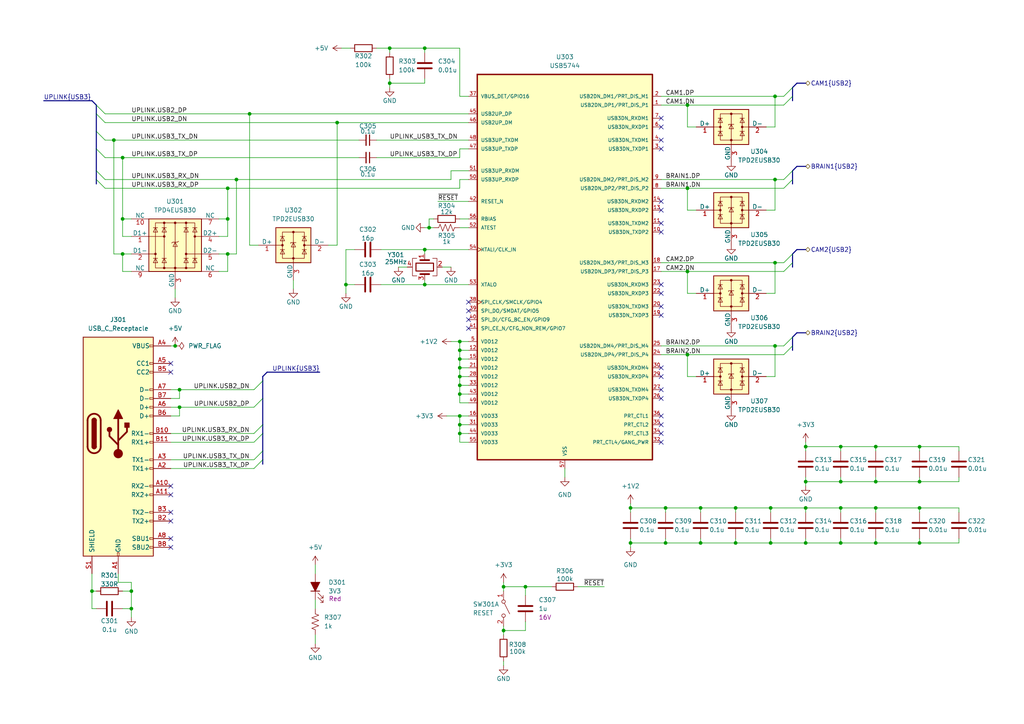
<source format=kicad_sch>
(kicad_sch
	(version 20250114)
	(generator "eeschema")
	(generator_version "9.0")
	(uuid "bd8dcf49-fd13-48b1-a9d6-093d67000b8d")
	(paper "A4")
	
	(bus_alias "USB2"
		(members "DP" "DN")
	)
	(bus_alias "USB3"
		(members "USB2_DP" "USB2_DN" "USB3_TX_DP" "USB3_TX_DN" "USB3_RX_DP" "USB3_RX_DN")
	)
	(junction
		(at 100.33 82.55)
		(diameter 0)
		(color 0 0 0 0)
		(uuid "083a2bc1-9b14-4288-aacf-7a7b2d9c66bd")
	)
	(junction
		(at 123.19 72.39)
		(diameter 0)
		(color 0 0 0 0)
		(uuid "1250e72e-6f06-4474-8e40-8f8b91877701")
	)
	(junction
		(at 224.79 27.94)
		(diameter 0)
		(color 0 0 0 0)
		(uuid "141023fd-5a99-4ade-bf39-d4342d209687")
	)
	(junction
		(at 182.88 147.32)
		(diameter 0)
		(color 0 0 0 0)
		(uuid "1ebcb97d-d9d0-424b-b3b9-1f9af2325d5d")
	)
	(junction
		(at 113.03 13.97)
		(diameter 0)
		(color 0 0 0 0)
		(uuid "1f24d648-661b-44ad-8e67-db3364d4d46c")
	)
	(junction
		(at 193.04 157.48)
		(diameter 0)
		(color 0 0 0 0)
		(uuid "210a264f-627f-41e0-9469-559bcc85cfad")
	)
	(junction
		(at 243.84 147.32)
		(diameter 0)
		(color 0 0 0 0)
		(uuid "2189a86c-a91a-4847-8857-3a34f5120432")
	)
	(junction
		(at 133.35 114.3)
		(diameter 0)
		(color 0 0 0 0)
		(uuid "2221388f-7bc1-47a1-a95e-40bb7aec8c8b")
	)
	(junction
		(at 266.7 139.7)
		(diameter 0)
		(color 0 0 0 0)
		(uuid "225db9f8-a4ae-43dc-906a-16a9cd01602c")
	)
	(junction
		(at 233.68 139.7)
		(diameter 0)
		(color 0 0 0 0)
		(uuid "2350d82b-8ddf-456c-a49a-2a135083a157")
	)
	(junction
		(at 133.35 120.65)
		(diameter 0)
		(color 0 0 0 0)
		(uuid "24b44125-42b0-4cb6-ac16-d3254d43ff8d")
	)
	(junction
		(at 35.56 73.66)
		(diameter 0)
		(color 0 0 0 0)
		(uuid "268ed6df-4a15-41dd-b320-7a6d96295d85")
	)
	(junction
		(at 199.39 102.87)
		(diameter 0)
		(color 0 0 0 0)
		(uuid "29ce1cd1-f982-4e34-bb31-65b62f7816e0")
	)
	(junction
		(at 266.7 129.54)
		(diameter 0)
		(color 0 0 0 0)
		(uuid "2d968e51-6c15-41e5-8065-08c27be901d8")
	)
	(junction
		(at 199.39 54.61)
		(diameter 0)
		(color 0 0 0 0)
		(uuid "2fe04b9f-aecd-47d1-b7ba-f25b803e8727")
	)
	(junction
		(at 133.35 123.19)
		(diameter 0)
		(color 0 0 0 0)
		(uuid "33988344-5bd8-4470-98b7-d1503b68bd52")
	)
	(junction
		(at 68.58 52.07)
		(diameter 0)
		(color 0 0 0 0)
		(uuid "33c9a5f3-02b6-4329-9927-5008a17eef53")
	)
	(junction
		(at 123.19 13.97)
		(diameter 0)
		(color 0 0 0 0)
		(uuid "41bec29c-114e-44e9-ac0b-a640192a9f84")
	)
	(junction
		(at 52.07 118.11)
		(diameter 0)
		(color 0 0 0 0)
		(uuid "50fe1f5f-f291-4636-87ab-85ac4bda187a")
	)
	(junction
		(at 203.2 147.32)
		(diameter 0)
		(color 0 0 0 0)
		(uuid "5b96c670-1721-4ba3-b8a5-4e1bb1e05d52")
	)
	(junction
		(at 97.79 35.56)
		(diameter 0)
		(color 0 0 0 0)
		(uuid "5f7e9bdc-7fb2-4cd4-b4e4-e46d320f0e74")
	)
	(junction
		(at 113.03 24.13)
		(diameter 0)
		(color 0 0 0 0)
		(uuid "61ad216d-b72c-4d8c-9757-be951688d047")
	)
	(junction
		(at 52.07 113.03)
		(diameter 0)
		(color 0 0 0 0)
		(uuid "628cb82c-0076-4662-a1ea-432847873791")
	)
	(junction
		(at 50.8 100.33)
		(diameter 0)
		(color 0 0 0 0)
		(uuid "63e55019-59a2-4485-9369-4b69ec36c608")
	)
	(junction
		(at 233.68 147.32)
		(diameter 0)
		(color 0 0 0 0)
		(uuid "6a221d8c-aca4-4c38-9869-6a22133e088c")
	)
	(junction
		(at 133.35 125.73)
		(diameter 0)
		(color 0 0 0 0)
		(uuid "6abdccff-8923-461f-8812-e467191025fa")
	)
	(junction
		(at 243.84 157.48)
		(diameter 0)
		(color 0 0 0 0)
		(uuid "6b818bb3-b61e-42b0-af33-7f58c2e8d874")
	)
	(junction
		(at 243.84 139.7)
		(diameter 0)
		(color 0 0 0 0)
		(uuid "6df30319-239e-49cf-8829-afdba65b97a6")
	)
	(junction
		(at 66.04 54.61)
		(diameter 0)
		(color 0 0 0 0)
		(uuid "6eafe879-90f1-400b-a518-ff2178a870d7")
	)
	(junction
		(at 243.84 129.54)
		(diameter 0)
		(color 0 0 0 0)
		(uuid "724540e1-6c96-4f75-b2e2-b3a974e58bc6")
	)
	(junction
		(at 146.05 170.18)
		(diameter 0)
		(color 0 0 0 0)
		(uuid "753edefc-7207-472f-8593-d32ea4c4f2fe")
	)
	(junction
		(at 33.02 40.64)
		(diameter 0)
		(color 0 0 0 0)
		(uuid "7834bb5e-5e64-4f49-a7fc-ebcb87ab76d8")
	)
	(junction
		(at 203.2 157.48)
		(diameter 0)
		(color 0 0 0 0)
		(uuid "7c8f1346-fe97-4d99-8846-56c0860267a7")
	)
	(junction
		(at 124.46 66.04)
		(diameter 0)
		(color 0 0 0 0)
		(uuid "7d6a6df6-8c75-438a-beac-7e54f4e7a1bc")
	)
	(junction
		(at 38.1 176.53)
		(diameter 0)
		(color 0 0 0 0)
		(uuid "7dce53ca-bc72-4a8b-8869-6b94b0086adf")
	)
	(junction
		(at 254 129.54)
		(diameter 0)
		(color 0 0 0 0)
		(uuid "7e12d7d7-2c4f-43ae-b1b0-f3f7e0ee6333")
	)
	(junction
		(at 193.04 147.32)
		(diameter 0)
		(color 0 0 0 0)
		(uuid "849a60b3-c561-42a3-8265-d0c6a8ed0ee2")
	)
	(junction
		(at 146.05 182.88)
		(diameter 0)
		(color 0 0 0 0)
		(uuid "88e191a8-dfe1-48d8-9581-84c8ce3f169a")
	)
	(junction
		(at 254 139.7)
		(diameter 0)
		(color 0 0 0 0)
		(uuid "932f168c-7b4e-464b-9aaa-6f52b3d221a3")
	)
	(junction
		(at 35.56 45.72)
		(diameter 0)
		(color 0 0 0 0)
		(uuid "96ac41fc-ebe0-4b49-ab7c-644f9e31290d")
	)
	(junction
		(at 199.39 30.48)
		(diameter 0)
		(color 0 0 0 0)
		(uuid "9a850f53-58c0-4dc3-9eb0-76626b86ce44")
	)
	(junction
		(at 123.19 82.55)
		(diameter 0)
		(color 0 0 0 0)
		(uuid "9c35eeb3-4695-4955-9043-00b582b42c2f")
	)
	(junction
		(at 133.35 111.76)
		(diameter 0)
		(color 0 0 0 0)
		(uuid "a0534706-635c-4f8f-8cab-345958159470")
	)
	(junction
		(at 224.79 52.07)
		(diameter 0)
		(color 0 0 0 0)
		(uuid "a0fbadc4-c45b-42f6-af1d-4a7542d0bea8")
	)
	(junction
		(at 266.7 157.48)
		(diameter 0)
		(color 0 0 0 0)
		(uuid "a4f79c11-9a54-48d7-a4af-d57c22b3132a")
	)
	(junction
		(at 199.39 78.74)
		(diameter 0)
		(color 0 0 0 0)
		(uuid "a547fcf4-fcf0-4370-ad93-915d2c1c96b6")
	)
	(junction
		(at 133.35 109.22)
		(diameter 0)
		(color 0 0 0 0)
		(uuid "a58fd0d4-ef48-43aa-a8fa-313e0bab10ab")
	)
	(junction
		(at 66.04 63.5)
		(diameter 0)
		(color 0 0 0 0)
		(uuid "ad1f4dce-2d5a-4d3a-aa53-51c537f1d6ee")
	)
	(junction
		(at 224.79 76.2)
		(diameter 0)
		(color 0 0 0 0)
		(uuid "b25695f2-afec-43f3-972d-9023b6bc8803")
	)
	(junction
		(at 254 157.48)
		(diameter 0)
		(color 0 0 0 0)
		(uuid "b4829735-fe6c-40c9-812d-4810756af06d")
	)
	(junction
		(at 133.35 99.06)
		(diameter 0)
		(color 0 0 0 0)
		(uuid "b5c047a5-5e50-426e-b4f7-e71792fa5e41")
	)
	(junction
		(at 254 147.32)
		(diameter 0)
		(color 0 0 0 0)
		(uuid "bc8b47af-00ad-4a1d-9c8e-cb338b6047c2")
	)
	(junction
		(at 133.35 106.68)
		(diameter 0)
		(color 0 0 0 0)
		(uuid "c0c7ba9f-298f-42d8-b68a-2a63a504f335")
	)
	(junction
		(at 133.35 104.14)
		(diameter 0)
		(color 0 0 0 0)
		(uuid "c2951401-d524-4cf6-83ba-d5b0a7dd99ac")
	)
	(junction
		(at 72.39 33.02)
		(diameter 0)
		(color 0 0 0 0)
		(uuid "c85ba018-ef22-4adf-b32a-a9adffc68e10")
	)
	(junction
		(at 38.1 171.45)
		(diameter 0)
		(color 0 0 0 0)
		(uuid "ce38c3b3-b1e8-4885-9d88-1e61572be9ea")
	)
	(junction
		(at 233.68 129.54)
		(diameter 0)
		(color 0 0 0 0)
		(uuid "d5178080-f436-4360-9ec1-499b646ef5b1")
	)
	(junction
		(at 133.35 101.6)
		(diameter 0)
		(color 0 0 0 0)
		(uuid "d88e7b16-9569-4840-9b71-6cf17545c942")
	)
	(junction
		(at 223.52 147.32)
		(diameter 0)
		(color 0 0 0 0)
		(uuid "dfacb53a-d311-492a-b343-eb49bf53ab81")
	)
	(junction
		(at 26.67 171.45)
		(diameter 0)
		(color 0 0 0 0)
		(uuid "e2c0360e-4489-4f16-bce5-4bc0ad5e96a1")
	)
	(junction
		(at 213.36 147.32)
		(diameter 0)
		(color 0 0 0 0)
		(uuid "e3921f1f-c08a-42a0-baae-34ece9a87a83")
	)
	(junction
		(at 213.36 157.48)
		(diameter 0)
		(color 0 0 0 0)
		(uuid "e4571f79-4934-451a-9484-2e357b02b756")
	)
	(junction
		(at 223.52 157.48)
		(diameter 0)
		(color 0 0 0 0)
		(uuid "e52ad358-c6de-4549-9451-bcff4d15ea26")
	)
	(junction
		(at 35.56 63.5)
		(diameter 0)
		(color 0 0 0 0)
		(uuid "ea473f18-3f00-4334-befd-082da884e956")
	)
	(junction
		(at 152.4 170.18)
		(diameter 0)
		(color 0 0 0 0)
		(uuid "ef4f0732-dc53-4657-bb5b-6cc606ee6b55")
	)
	(junction
		(at 182.88 157.48)
		(diameter 0)
		(color 0 0 0 0)
		(uuid "f33c11d1-efbd-489f-b9d6-7c74fa0b1a75")
	)
	(junction
		(at 224.79 100.33)
		(diameter 0)
		(color 0 0 0 0)
		(uuid "f52afbe6-834c-458f-8b29-1a39c82a883a")
	)
	(junction
		(at 266.7 147.32)
		(diameter 0)
		(color 0 0 0 0)
		(uuid "f662732c-14a3-4e62-85a7-77637583ce56")
	)
	(junction
		(at 233.68 157.48)
		(diameter 0)
		(color 0 0 0 0)
		(uuid "f903f34f-eaa5-4a56-846c-21b900b7f63f")
	)
	(junction
		(at 66.04 73.66)
		(diameter 0)
		(color 0 0 0 0)
		(uuid "fc95c143-22c3-4a62-a490-e7c807c4da9c")
	)
	(no_connect
		(at 191.77 64.77)
		(uuid "03c4319a-5a01-4c4b-8b50-78c2334e2977")
	)
	(no_connect
		(at 191.77 113.03)
		(uuid "062ca298-fbf8-4b21-b62d-81e38fdec2ba")
	)
	(no_connect
		(at 191.77 123.19)
		(uuid "0f38fef1-fc9e-4b65-b945-5a80831a2347")
	)
	(no_connect
		(at 191.77 91.44)
		(uuid "1277bb77-8a7e-495d-a7e4-58333ee252d6")
	)
	(no_connect
		(at 49.53 148.59)
		(uuid "1b871757-2e67-4ffd-90f2-08fc3fc6752e")
	)
	(no_connect
		(at 49.53 140.97)
		(uuid "1dd45745-a24f-4643-a565-323881e4958e")
	)
	(no_connect
		(at 191.77 85.09)
		(uuid "1dfe8d29-e7a4-4295-b36a-5c4c112a8e83")
	)
	(no_connect
		(at 135.89 90.17)
		(uuid "261bbd9c-6c5f-4b80-906f-86a60d75b245")
	)
	(no_connect
		(at 191.77 82.55)
		(uuid "6a2dc26d-060a-4086-9101-e38f668e3d90")
	)
	(no_connect
		(at 135.89 92.71)
		(uuid "6bf8fb15-b8ba-497c-850b-73fc231f705c")
	)
	(no_connect
		(at 49.53 151.13)
		(uuid "7ae6d9b2-b796-4ddd-aa9a-04b160ff4577")
	)
	(no_connect
		(at 49.53 107.95)
		(uuid "7fedfbc2-74dd-4178-9c37-7c6f1a062b5e")
	)
	(no_connect
		(at 135.89 95.25)
		(uuid "7ff3a060-081d-45a5-85fe-755a4ece19f5")
	)
	(no_connect
		(at 191.77 128.27)
		(uuid "823aa41d-92b2-4530-86c3-45747cf30e2a")
	)
	(no_connect
		(at 49.53 143.51)
		(uuid "93903b11-e7a7-467c-944c-f2891fd66622")
	)
	(no_connect
		(at 191.77 34.29)
		(uuid "a5d33df5-ef9a-4e7a-8edb-8e284cfbae41")
	)
	(no_connect
		(at 191.77 36.83)
		(uuid "a73a55d5-478d-41af-ae00-1311b9722816")
	)
	(no_connect
		(at 49.53 158.75)
		(uuid "a8d3c5b4-4d05-4262-b4ad-6c7bbe7507f2")
	)
	(no_connect
		(at 191.77 60.96)
		(uuid "af842c77-9441-49ab-bb1a-58a0ae44eb24")
	)
	(no_connect
		(at 49.53 156.21)
		(uuid "b406605f-d406-45b6-9044-0ef1b9329a86")
	)
	(no_connect
		(at 191.77 88.9)
		(uuid "b80ecc9f-79a8-4846-881d-090daf14d7e3")
	)
	(no_connect
		(at 191.77 106.68)
		(uuid "bcd14a1b-01c6-46cc-9b48-382490866939")
	)
	(no_connect
		(at 191.77 120.65)
		(uuid "c0970651-354d-4bd9-adc1-e42bdd897bb9")
	)
	(no_connect
		(at 191.77 40.64)
		(uuid "c4fd253a-7383-4491-a14e-e82f475b9429")
	)
	(no_connect
		(at 191.77 115.57)
		(uuid "c6403f84-aa0d-4a5c-99bd-acb8313ce7d7")
	)
	(no_connect
		(at 191.77 109.22)
		(uuid "c666c030-2345-425a-8954-0fb1049b9f3f")
	)
	(no_connect
		(at 191.77 43.18)
		(uuid "ee715fb0-45c1-41d3-849c-15a3142f91e2")
	)
	(no_connect
		(at 191.77 67.31)
		(uuid "f0788cc2-26ca-4b6c-828f-25e1f68022cd")
	)
	(no_connect
		(at 49.53 105.41)
		(uuid "f0fa61c3-7f84-4073-8e48-0512888f3b6a")
	)
	(no_connect
		(at 191.77 125.73)
		(uuid "f4a6fa1d-b8b5-4400-8508-95ee0611135d")
	)
	(no_connect
		(at 191.77 58.42)
		(uuid "f663719a-3346-4894-946a-00e2365c05f0")
	)
	(no_connect
		(at 135.89 87.63)
		(uuid "ffa60f3d-5248-4ef1-99d6-8ca9f77ed25c")
	)
	(bus_entry
		(at 227.33 78.74)
		(size 2.54 -2.54)
		(stroke
			(width 0)
			(type default)
		)
		(uuid "0bae6572-f283-472f-a334-a4b1fb6422fb")
	)
	(bus_entry
		(at 73.66 128.27)
		(size 2.54 -2.54)
		(stroke
			(width 0)
			(type default)
		)
		(uuid "10533ce5-6f8a-491c-a1bc-db6df3ac7fb3")
	)
	(bus_entry
		(at 73.66 125.73)
		(size 2.54 -2.54)
		(stroke
			(width 0)
			(type default)
		)
		(uuid "2856f1da-f7a1-4d84-a75a-70dbb2afc382")
	)
	(bus_entry
		(at 227.33 102.87)
		(size 2.54 -2.54)
		(stroke
			(width 0)
			(type default)
		)
		(uuid "3f6b1f08-66e2-4fca-af82-1bc7b76a29fe")
	)
	(bus_entry
		(at 27.94 49.53)
		(size 2.54 2.54)
		(stroke
			(width 0)
			(type default)
		)
		(uuid "5ef0681f-b2e1-4af4-8474-626aa1cb0dd1")
	)
	(bus_entry
		(at 27.94 52.07)
		(size 2.54 2.54)
		(stroke
			(width 0)
			(type default)
		)
		(uuid "6742f429-933c-413c-bc16-5dd03430d9fd")
	)
	(bus_entry
		(at 73.66 135.89)
		(size 2.54 -2.54)
		(stroke
			(width 0)
			(type default)
		)
		(uuid "731e7b52-c459-4028-b2f0-c5777ef47306")
	)
	(bus_entry
		(at 73.66 118.11)
		(size 2.54 -2.54)
		(stroke
			(width 0)
			(type default)
		)
		(uuid "7733b722-3d8c-463b-9018-e586e79ee047")
	)
	(bus_entry
		(at 227.33 76.2)
		(size 2.54 -2.54)
		(stroke
			(width 0)
			(type default)
		)
		(uuid "7df9bf80-364f-4a93-9c7e-ea54537cc311")
	)
	(bus_entry
		(at 27.94 33.02)
		(size 2.54 2.54)
		(stroke
			(width 0)
			(type default)
		)
		(uuid "7f5e048d-1939-488f-9709-06523e95c717")
	)
	(bus_entry
		(at 227.33 27.94)
		(size 2.54 -2.54)
		(stroke
			(width 0)
			(type default)
		)
		(uuid "89adfc0c-312f-4130-80ae-96169d6599dd")
	)
	(bus_entry
		(at 27.94 43.18)
		(size 2.54 2.54)
		(stroke
			(width 0)
			(type default)
		)
		(uuid "8aaa19d9-7aba-4aea-94ca-da87bee85bb4")
	)
	(bus_entry
		(at 73.66 133.35)
		(size 2.54 -2.54)
		(stroke
			(width 0)
			(type default)
		)
		(uuid "8c6a8552-599a-4dee-a66f-4f5fa98edc56")
	)
	(bus_entry
		(at 227.33 54.61)
		(size 2.54 -2.54)
		(stroke
			(width 0)
			(type default)
		)
		(uuid "95a27c8a-6ca0-4936-afcb-c30d525db800")
	)
	(bus_entry
		(at 227.33 100.33)
		(size 2.54 -2.54)
		(stroke
			(width 0)
			(type default)
		)
		(uuid "9a104e2a-488f-404c-b511-6a53b61bd4d5")
	)
	(bus_entry
		(at 27.94 30.48)
		(size 2.54 2.54)
		(stroke
			(width 0)
			(type default)
		)
		(uuid "a2eb3218-a437-49d5-bd95-693bcdaa0cf4")
	)
	(bus_entry
		(at 73.66 113.03)
		(size 2.54 -2.54)
		(stroke
			(width 0)
			(type default)
		)
		(uuid "a94891ab-d2e0-4eea-ae12-3fd31db5d674")
	)
	(bus_entry
		(at 227.33 30.48)
		(size 2.54 -2.54)
		(stroke
			(width 0)
			(type default)
		)
		(uuid "d08222dd-c6fe-41e4-9a6e-bc2e8e17b8be")
	)
	(bus_entry
		(at 27.94 38.1)
		(size 2.54 2.54)
		(stroke
			(width 0)
			(type default)
		)
		(uuid "f3d26f7c-6f49-45f3-87ba-5132edc4b5b0")
	)
	(bus_entry
		(at 227.33 52.07)
		(size 2.54 -2.54)
		(stroke
			(width 0)
			(type default)
		)
		(uuid "fa217b79-8fd1-43bc-acf9-3f12210871a5")
	)
	(wire
		(pts
			(xy 110.49 72.39) (xy 123.19 72.39)
		)
		(stroke
			(width 0)
			(type default)
		)
		(uuid "005d9f5a-a6ed-4760-82d3-fc711fc24186")
	)
	(wire
		(pts
			(xy 193.04 147.32) (xy 203.2 147.32)
		)
		(stroke
			(width 0)
			(type default)
		)
		(uuid "01fca610-99fb-4913-968a-fca5517d4f11")
	)
	(bus
		(pts
			(xy 229.87 100.33) (xy 229.87 101.6)
		)
		(stroke
			(width 0)
			(type default)
		)
		(uuid "026bbfe6-88ca-4f33-9883-e92eb5a2e5a4")
	)
	(bus
		(pts
			(xy 76.2 109.22) (xy 77.47 107.95)
		)
		(stroke
			(width 0)
			(type default)
		)
		(uuid "044be754-f13b-4b69-83d6-7b67885be3a2")
	)
	(wire
		(pts
			(xy 182.88 157.48) (xy 193.04 157.48)
		)
		(stroke
			(width 0)
			(type default)
		)
		(uuid "046919e6-fc43-4443-9283-bb391d2b700e")
	)
	(wire
		(pts
			(xy 35.56 73.66) (xy 38.1 73.66)
		)
		(stroke
			(width 0)
			(type default)
		)
		(uuid "04dca64e-adc1-42cf-98e8-e46ea234ec6e")
	)
	(wire
		(pts
			(xy 113.03 22.86) (xy 113.03 24.13)
		)
		(stroke
			(width 0)
			(type default)
		)
		(uuid "0507a76a-e4d1-4357-8951-405934260896")
	)
	(wire
		(pts
			(xy 222.25 60.96) (xy 224.79 60.96)
		)
		(stroke
			(width 0)
			(type default)
		)
		(uuid "05f21998-793a-4b95-8e78-9d6d35347065")
	)
	(wire
		(pts
			(xy 50.8 86.36) (xy 50.8 83.82)
		)
		(stroke
			(width 0)
			(type default)
		)
		(uuid "05f65de6-7d64-4a8b-bb6f-225ba8124bf7")
	)
	(wire
		(pts
			(xy 127 58.42) (xy 135.89 58.42)
		)
		(stroke
			(width 0)
			(type default)
		)
		(uuid "0609b043-7ec2-45d0-8032-4245e885878e")
	)
	(wire
		(pts
			(xy 222.25 109.22) (xy 224.79 109.22)
		)
		(stroke
			(width 0)
			(type default)
		)
		(uuid "069f37f4-5e68-4d6b-b37e-6308c273a64f")
	)
	(wire
		(pts
			(xy 35.56 63.5) (xy 38.1 63.5)
		)
		(stroke
			(width 0)
			(type default)
		)
		(uuid "07b4964a-8eb9-4e02-bb54-18a3e9667696")
	)
	(bus
		(pts
			(xy 229.87 27.94) (xy 229.87 29.21)
		)
		(stroke
			(width 0)
			(type default)
		)
		(uuid "081eec6f-bf70-4274-9ec5-b7e5e4e39a56")
	)
	(wire
		(pts
			(xy 266.7 129.54) (xy 266.7 130.81)
		)
		(stroke
			(width 0)
			(type default)
		)
		(uuid "0824ac12-eae9-4592-9638-9008765de2bc")
	)
	(wire
		(pts
			(xy 33.02 73.66) (xy 35.56 73.66)
		)
		(stroke
			(width 0)
			(type default)
		)
		(uuid "09c3aa52-6cb7-45cc-ab7a-0b1150972616")
	)
	(wire
		(pts
			(xy 199.39 60.96) (xy 201.93 60.96)
		)
		(stroke
			(width 0)
			(type default)
		)
		(uuid "09ebdead-b44f-4875-9e5c-cd3d1d814f91")
	)
	(wire
		(pts
			(xy 133.35 128.27) (xy 135.89 128.27)
		)
		(stroke
			(width 0)
			(type default)
		)
		(uuid "0aa16880-6b89-46a7-afc6-763037b5d85f")
	)
	(wire
		(pts
			(xy 133.35 54.61) (xy 133.35 52.07)
		)
		(stroke
			(width 0)
			(type default)
		)
		(uuid "0b1ec2e5-f4b9-47ce-81ae-80304483e1c9")
	)
	(wire
		(pts
			(xy 66.04 63.5) (xy 66.04 68.58)
		)
		(stroke
			(width 0)
			(type default)
		)
		(uuid "0ba84381-ac02-4930-bd08-7891fa3ac973")
	)
	(wire
		(pts
			(xy 203.2 147.32) (xy 213.36 147.32)
		)
		(stroke
			(width 0)
			(type default)
		)
		(uuid "0c0571dd-aeb4-4e83-944a-7eb69eef1706")
	)
	(wire
		(pts
			(xy 266.7 129.54) (xy 278.13 129.54)
		)
		(stroke
			(width 0)
			(type default)
		)
		(uuid "0e8bd7ae-a31c-4290-933b-9b115015d010")
	)
	(bus
		(pts
			(xy 77.47 107.95) (xy 92.71 107.95)
		)
		(stroke
			(width 0)
			(type default)
		)
		(uuid "103c3816-f3e2-4be8-bed8-01aac2b236a2")
	)
	(wire
		(pts
			(xy 130.81 52.07) (xy 130.81 49.53)
		)
		(stroke
			(width 0)
			(type default)
		)
		(uuid "11fb6248-e73c-404e-9bb0-1b54f7d50f33")
	)
	(wire
		(pts
			(xy 203.2 156.21) (xy 203.2 157.48)
		)
		(stroke
			(width 0)
			(type default)
		)
		(uuid "1282ec8c-1141-4fa4-8b07-cb64ad9bc800")
	)
	(wire
		(pts
			(xy 224.79 100.33) (xy 224.79 109.22)
		)
		(stroke
			(width 0)
			(type default)
		)
		(uuid "13023f61-6cd8-49a8-8c57-ba52171f73e5")
	)
	(wire
		(pts
			(xy 213.36 147.32) (xy 223.52 147.32)
		)
		(stroke
			(width 0)
			(type default)
		)
		(uuid "130ed60f-4b7b-44ec-9b3f-fdfccc5805f5")
	)
	(wire
		(pts
			(xy 133.35 111.76) (xy 133.35 114.3)
		)
		(stroke
			(width 0)
			(type default)
		)
		(uuid "13597dc6-5075-49e2-805a-7fd8b21b39ac")
	)
	(wire
		(pts
			(xy 233.68 147.32) (xy 243.84 147.32)
		)
		(stroke
			(width 0)
			(type default)
		)
		(uuid "147e8d64-7faa-46de-a346-2511c9f3fed0")
	)
	(wire
		(pts
			(xy 233.68 140.97) (xy 233.68 139.7)
		)
		(stroke
			(width 0)
			(type default)
		)
		(uuid "156ea93d-45a8-4f45-a2ed-a4195e069bb8")
	)
	(wire
		(pts
			(xy 124.46 63.5) (xy 124.46 66.04)
		)
		(stroke
			(width 0)
			(type default)
		)
		(uuid "194beb29-7341-4b77-86c4-c553b9052242")
	)
	(wire
		(pts
			(xy 63.5 78.74) (xy 66.04 78.74)
		)
		(stroke
			(width 0)
			(type default)
		)
		(uuid "19e4d7bb-7a4b-464e-b5ae-2d0504203769")
	)
	(bus
		(pts
			(xy 76.2 130.81) (xy 76.2 133.35)
		)
		(stroke
			(width 0)
			(type default)
		)
		(uuid "1b99fecb-ee90-4d13-abe1-2c621a3a2e33")
	)
	(wire
		(pts
			(xy 191.77 78.74) (xy 199.39 78.74)
		)
		(stroke
			(width 0)
			(type default)
		)
		(uuid "1e6e5ac4-85bb-464e-95e9-ebe66caea184")
	)
	(wire
		(pts
			(xy 254 147.32) (xy 254 148.59)
		)
		(stroke
			(width 0)
			(type default)
		)
		(uuid "1f8236b5-861a-49f3-84f6-96d19a79ab0a")
	)
	(wire
		(pts
			(xy 278.13 147.32) (xy 278.13 148.59)
		)
		(stroke
			(width 0)
			(type default)
		)
		(uuid "219b99d4-c78d-4c73-bba6-57737b0fcc7b")
	)
	(wire
		(pts
			(xy 199.39 109.22) (xy 201.93 109.22)
		)
		(stroke
			(width 0)
			(type default)
		)
		(uuid "2322a3d4-c8b3-4baf-abbb-6d43d5988f58")
	)
	(wire
		(pts
			(xy 191.77 54.61) (xy 199.39 54.61)
		)
		(stroke
			(width 0)
			(type default)
		)
		(uuid "23cfc7f3-b913-4ad7-897f-3ee8402e4247")
	)
	(wire
		(pts
			(xy 223.52 156.21) (xy 223.52 157.48)
		)
		(stroke
			(width 0)
			(type default)
		)
		(uuid "249a359c-966c-4406-9000-2ccde86beb2f")
	)
	(wire
		(pts
			(xy 38.1 176.53) (xy 38.1 171.45)
		)
		(stroke
			(width 0)
			(type default)
		)
		(uuid "29763dc4-9606-495b-a51f-517f972c6b49")
	)
	(wire
		(pts
			(xy 193.04 147.32) (xy 193.04 148.59)
		)
		(stroke
			(width 0)
			(type default)
		)
		(uuid "29e712a9-dced-42f0-b540-04aa54399fe9")
	)
	(wire
		(pts
			(xy 233.68 157.48) (xy 243.84 157.48)
		)
		(stroke
			(width 0)
			(type default)
		)
		(uuid "2d4a3e07-a91b-43d7-9fc7-0b59307e4b9c")
	)
	(wire
		(pts
			(xy 133.35 120.65) (xy 135.89 120.65)
		)
		(stroke
			(width 0)
			(type default)
		)
		(uuid "2de3138d-e80c-4cb5-82cb-16638132a60a")
	)
	(wire
		(pts
			(xy 133.35 13.97) (xy 133.35 27.94)
		)
		(stroke
			(width 0)
			(type default)
		)
		(uuid "2ec39815-b7dd-4d70-8fa8-4813ce2baa75")
	)
	(wire
		(pts
			(xy 35.56 45.72) (xy 104.14 45.72)
		)
		(stroke
			(width 0)
			(type default)
		)
		(uuid "2fd57b46-16d4-4522-84c8-0524f876b499")
	)
	(wire
		(pts
			(xy 35.56 45.72) (xy 35.56 63.5)
		)
		(stroke
			(width 0)
			(type default)
		)
		(uuid "303cc8b5-9fef-40b7-99e6-6dd96bfbacc1")
	)
	(wire
		(pts
			(xy 68.58 52.07) (xy 130.81 52.07)
		)
		(stroke
			(width 0)
			(type default)
		)
		(uuid "315065cf-2f0b-4995-87e3-d0812915e525")
	)
	(wire
		(pts
			(xy 133.35 106.68) (xy 135.89 106.68)
		)
		(stroke
			(width 0)
			(type default)
		)
		(uuid "3459342b-5158-4556-bc0a-cdf612c865c2")
	)
	(wire
		(pts
			(xy 223.52 157.48) (xy 233.68 157.48)
		)
		(stroke
			(width 0)
			(type default)
		)
		(uuid "3480e39f-bc22-4171-a58b-081dd26dabd9")
	)
	(wire
		(pts
			(xy 254 129.54) (xy 266.7 129.54)
		)
		(stroke
			(width 0)
			(type default)
		)
		(uuid "3549b323-8d70-4a10-b239-63f055b402bb")
	)
	(wire
		(pts
			(xy 35.56 73.66) (xy 35.56 78.74)
		)
		(stroke
			(width 0)
			(type default)
		)
		(uuid "36c620ea-4245-4b29-98d9-5e83622b0d4f")
	)
	(wire
		(pts
			(xy 213.36 156.21) (xy 213.36 157.48)
		)
		(stroke
			(width 0)
			(type default)
		)
		(uuid "3751f61d-769c-4854-acbb-52f9f2e8a138")
	)
	(wire
		(pts
			(xy 224.79 27.94) (xy 227.33 27.94)
		)
		(stroke
			(width 0)
			(type default)
		)
		(uuid "375a59b4-b921-460d-b6f8-afba36b49fd0")
	)
	(bus
		(pts
			(xy 231.14 24.13) (xy 233.68 24.13)
		)
		(stroke
			(width 0)
			(type default)
		)
		(uuid "39165793-a1f7-41ec-afe0-4b0ba58d7b1b")
	)
	(wire
		(pts
			(xy 199.39 102.87) (xy 199.39 109.22)
		)
		(stroke
			(width 0)
			(type default)
		)
		(uuid "3a93efec-add3-49fe-b3e3-32f8b69ebbbf")
	)
	(wire
		(pts
			(xy 152.4 170.18) (xy 160.02 170.18)
		)
		(stroke
			(width 0)
			(type default)
		)
		(uuid "3adbb2df-14ca-4a3f-8ba2-bed34429c1c1")
	)
	(wire
		(pts
			(xy 49.53 118.11) (xy 52.07 118.11)
		)
		(stroke
			(width 0)
			(type default)
		)
		(uuid "3b33f375-ada1-4719-9ac0-2da7759e3b40")
	)
	(wire
		(pts
			(xy 133.35 66.04) (xy 135.89 66.04)
		)
		(stroke
			(width 0)
			(type default)
		)
		(uuid "3d8a8077-de0f-49cc-925e-859c07719e15")
	)
	(wire
		(pts
			(xy 99.06 13.97) (xy 101.6 13.97)
		)
		(stroke
			(width 0)
			(type default)
		)
		(uuid "3e469c39-e72f-4bb6-b846-61f9d8f2dced")
	)
	(wire
		(pts
			(xy 243.84 129.54) (xy 243.84 130.81)
		)
		(stroke
			(width 0)
			(type default)
		)
		(uuid "3f7dd612-0f8f-4bcb-95ad-c78714d0da48")
	)
	(wire
		(pts
			(xy 133.35 52.07) (xy 135.89 52.07)
		)
		(stroke
			(width 0)
			(type default)
		)
		(uuid "3f9b4704-9fcc-47b9-b0f3-ff5c8af92f76")
	)
	(wire
		(pts
			(xy 182.88 146.05) (xy 182.88 147.32)
		)
		(stroke
			(width 0)
			(type default)
		)
		(uuid "4013fb5a-4f7e-4fc6-bc23-fbff0b174910")
	)
	(wire
		(pts
			(xy 38.1 179.07) (xy 38.1 176.53)
		)
		(stroke
			(width 0)
			(type default)
		)
		(uuid "4104d162-f09e-4c61-9bf9-c9af58f62650")
	)
	(wire
		(pts
			(xy 193.04 156.21) (xy 193.04 157.48)
		)
		(stroke
			(width 0)
			(type default)
		)
		(uuid "432643a6-582b-4aae-a8d2-c125ed6c94e0")
	)
	(wire
		(pts
			(xy 146.05 182.88) (xy 146.05 184.15)
		)
		(stroke
			(width 0)
			(type default)
		)
		(uuid "4478eddd-1655-4aa1-b363-d00516e1b28e")
	)
	(wire
		(pts
			(xy 199.39 102.87) (xy 227.33 102.87)
		)
		(stroke
			(width 0)
			(type default)
		)
		(uuid "44db22df-6a1f-4bde-bab4-ed468ee1e448")
	)
	(wire
		(pts
			(xy 133.35 101.6) (xy 135.89 101.6)
		)
		(stroke
			(width 0)
			(type default)
		)
		(uuid "4a664b07-c611-4598-9e8a-f60fe492de26")
	)
	(wire
		(pts
			(xy 113.03 24.13) (xy 123.19 24.13)
		)
		(stroke
			(width 0)
			(type default)
		)
		(uuid "4b1c9293-59a3-416d-aab8-83cf245e2ac7")
	)
	(wire
		(pts
			(xy 191.77 102.87) (xy 199.39 102.87)
		)
		(stroke
			(width 0)
			(type default)
		)
		(uuid "4b55e496-9006-4e4b-8b71-65d373a3b3c7")
	)
	(wire
		(pts
			(xy 182.88 157.48) (xy 182.88 156.21)
		)
		(stroke
			(width 0)
			(type default)
		)
		(uuid "4babc208-7523-4744-ad8f-93522547f950")
	)
	(wire
		(pts
			(xy 35.56 68.58) (xy 38.1 68.58)
		)
		(stroke
			(width 0)
			(type default)
		)
		(uuid "4c211012-4e74-4133-9fc7-aa3c3416354e")
	)
	(wire
		(pts
			(xy 254 157.48) (xy 266.7 157.48)
		)
		(stroke
			(width 0)
			(type default)
		)
		(uuid "4c2c5f38-0b86-40ef-b0fe-299962fc9327")
	)
	(wire
		(pts
			(xy 223.52 147.32) (xy 233.68 147.32)
		)
		(stroke
			(width 0)
			(type default)
		)
		(uuid "4c6bfc76-9981-4548-a75e-1b68edecda5f")
	)
	(wire
		(pts
			(xy 97.79 35.56) (xy 97.79 71.12)
		)
		(stroke
			(width 0)
			(type default)
		)
		(uuid "4c90bf32-1f5f-470a-ae00-626fa79ffdba")
	)
	(wire
		(pts
			(xy 243.84 147.32) (xy 254 147.32)
		)
		(stroke
			(width 0)
			(type default)
		)
		(uuid "4d35df58-9ace-4c4a-b0fa-dfb0526c6e4f")
	)
	(wire
		(pts
			(xy 49.53 128.27) (xy 73.66 128.27)
		)
		(stroke
			(width 0)
			(type default)
		)
		(uuid "50076aab-e666-46e4-83ce-aa2bcbe9373f")
	)
	(wire
		(pts
			(xy 26.67 171.45) (xy 27.94 171.45)
		)
		(stroke
			(width 0)
			(type default)
		)
		(uuid "500d1e0e-e539-4871-8352-a79fd2204ccd")
	)
	(wire
		(pts
			(xy 224.79 52.07) (xy 227.33 52.07)
		)
		(stroke
			(width 0)
			(type default)
		)
		(uuid "507b5f61-c8a9-4d8d-b276-8d1e9ecc2a32")
	)
	(wire
		(pts
			(xy 133.35 43.18) (xy 135.89 43.18)
		)
		(stroke
			(width 0)
			(type default)
		)
		(uuid "51d3d138-c61e-43a5-807d-869b1b755c0a")
	)
	(wire
		(pts
			(xy 182.88 147.32) (xy 182.88 148.59)
		)
		(stroke
			(width 0)
			(type default)
		)
		(uuid "53ec48bc-d964-4be9-befb-3bfe31a58bea")
	)
	(wire
		(pts
			(xy 213.36 147.32) (xy 213.36 148.59)
		)
		(stroke
			(width 0)
			(type default)
		)
		(uuid "55e07418-fca3-4aec-b062-67eedcb1a8d4")
	)
	(wire
		(pts
			(xy 123.19 22.86) (xy 123.19 24.13)
		)
		(stroke
			(width 0)
			(type default)
		)
		(uuid "56b54e69-e15f-4a51-8c32-d086c0a082f1")
	)
	(wire
		(pts
			(xy 222.25 85.09) (xy 224.79 85.09)
		)
		(stroke
			(width 0)
			(type default)
		)
		(uuid "572ad11a-76e7-4c16-9eba-55cf4bf96b11")
	)
	(wire
		(pts
			(xy 50.8 100.33) (xy 49.53 100.33)
		)
		(stroke
			(width 0)
			(type default)
		)
		(uuid "5906a4af-2d3f-4ebd-9311-14673c43d01f")
	)
	(wire
		(pts
			(xy 26.67 171.45) (xy 26.67 176.53)
		)
		(stroke
			(width 0)
			(type default)
		)
		(uuid "59fd9d4a-2636-4cda-b1a6-c6fee32e4829")
	)
	(wire
		(pts
			(xy 123.19 13.97) (xy 123.19 15.24)
		)
		(stroke
			(width 0)
			(type default)
		)
		(uuid "5a62587e-7758-46ab-8fce-fd94444f4504")
	)
	(wire
		(pts
			(xy 133.35 125.73) (xy 135.89 125.73)
		)
		(stroke
			(width 0)
			(type default)
		)
		(uuid "5b362488-c918-4285-8568-8c0319569ae5")
	)
	(wire
		(pts
			(xy 97.79 35.56) (xy 135.89 35.56)
		)
		(stroke
			(width 0)
			(type default)
		)
		(uuid "5bf17e72-6241-4ae3-8db2-39edd4dcd102")
	)
	(wire
		(pts
			(xy 72.39 33.02) (xy 72.39 71.12)
		)
		(stroke
			(width 0)
			(type default)
		)
		(uuid "5d4c4b33-ee8c-4bcb-ba87-a461878baab7")
	)
	(wire
		(pts
			(xy 33.02 40.64) (xy 104.14 40.64)
		)
		(stroke
			(width 0)
			(type default)
		)
		(uuid "5db74e6c-6ce0-41a3-95d4-786c88941685")
	)
	(wire
		(pts
			(xy 113.03 13.97) (xy 113.03 15.24)
		)
		(stroke
			(width 0)
			(type default)
		)
		(uuid "609e0abd-be7c-498c-abd8-5fc54e3bc54d")
	)
	(wire
		(pts
			(xy 35.56 63.5) (xy 35.56 68.58)
		)
		(stroke
			(width 0)
			(type default)
		)
		(uuid "63c97516-474c-4aba-929c-221f1d25f31a")
	)
	(wire
		(pts
			(xy 35.56 176.53) (xy 38.1 176.53)
		)
		(stroke
			(width 0)
			(type default)
		)
		(uuid "65f08f69-6be9-4206-9bca-0f92bf684d56")
	)
	(wire
		(pts
			(xy 52.07 118.11) (xy 52.07 120.65)
		)
		(stroke
			(width 0)
			(type default)
		)
		(uuid "65f2df88-b67b-4537-b4d8-a076241ec75b")
	)
	(wire
		(pts
			(xy 38.1 168.91) (xy 34.29 168.91)
		)
		(stroke
			(width 0)
			(type default)
		)
		(uuid "6717f760-2172-4ded-a906-78466afa096f")
	)
	(wire
		(pts
			(xy 34.29 168.91) (xy 34.29 166.37)
		)
		(stroke
			(width 0)
			(type default)
		)
		(uuid "67c77573-3d3b-458c-a793-91f1b1a344b3")
	)
	(wire
		(pts
			(xy 278.13 138.43) (xy 278.13 139.7)
		)
		(stroke
			(width 0)
			(type default)
		)
		(uuid "6b1259cb-76ee-41de-bc1c-961ad6afd4c2")
	)
	(wire
		(pts
			(xy 182.88 147.32) (xy 193.04 147.32)
		)
		(stroke
			(width 0)
			(type default)
		)
		(uuid "6d2a1083-aa7b-4ba2-aaaa-b22ad781c828")
	)
	(wire
		(pts
			(xy 243.84 147.32) (xy 243.84 148.59)
		)
		(stroke
			(width 0)
			(type default)
		)
		(uuid "6d60d380-62da-4459-bd13-07187dfc7a5d")
	)
	(wire
		(pts
			(xy 100.33 82.55) (xy 102.87 82.55)
		)
		(stroke
			(width 0)
			(type default)
		)
		(uuid "6fb99163-a91f-41cf-9319-4e3463be433a")
	)
	(bus
		(pts
			(xy 229.87 73.66) (xy 229.87 76.2)
		)
		(stroke
			(width 0)
			(type default)
		)
		(uuid "716cdcfb-7bbb-4c32-9575-93cf9939773a")
	)
	(wire
		(pts
			(xy 199.39 30.48) (xy 227.33 30.48)
		)
		(stroke
			(width 0)
			(type default)
		)
		(uuid "720033e8-2afc-483f-b467-ff51a8cf2350")
	)
	(wire
		(pts
			(xy 52.07 113.03) (xy 52.07 115.57)
		)
		(stroke
			(width 0)
			(type default)
		)
		(uuid "72eba470-feb9-4377-9df4-fbd21a29124f")
	)
	(bus
		(pts
			(xy 229.87 25.4) (xy 231.14 24.13)
		)
		(stroke
			(width 0)
			(type default)
		)
		(uuid "7322f307-8fd2-4f35-b383-9c142e940986")
	)
	(wire
		(pts
			(xy 133.35 104.14) (xy 133.35 106.68)
		)
		(stroke
			(width 0)
			(type default)
		)
		(uuid "74277ed8-43b3-43a8-afc9-fdad9be2689f")
	)
	(bus
		(pts
			(xy 27.94 38.1) (xy 27.94 43.18)
		)
		(stroke
			(width 0)
			(type default)
		)
		(uuid "75ac4055-8687-460c-9188-3a8f15907f11")
	)
	(wire
		(pts
			(xy 133.35 101.6) (xy 133.35 104.14)
		)
		(stroke
			(width 0)
			(type default)
		)
		(uuid "75ca432f-7237-4c78-9e86-604b1e345b5d")
	)
	(wire
		(pts
			(xy 191.77 52.07) (xy 224.79 52.07)
		)
		(stroke
			(width 0)
			(type default)
		)
		(uuid "76e5c76e-44dc-4341-a65e-650beb352459")
	)
	(wire
		(pts
			(xy 49.53 120.65) (xy 52.07 120.65)
		)
		(stroke
			(width 0)
			(type default)
		)
		(uuid "775ff6bf-f761-4e72-b1b4-0c667c7c176c")
	)
	(wire
		(pts
			(xy 133.35 106.68) (xy 133.35 109.22)
		)
		(stroke
			(width 0)
			(type default)
		)
		(uuid "77e11fba-8529-4c6b-a7d0-977214c3aa89")
	)
	(bus
		(pts
			(xy 27.94 33.02) (xy 27.94 38.1)
		)
		(stroke
			(width 0)
			(type default)
		)
		(uuid "780ee1da-ae4d-4e58-82ae-77c9d87cc273")
	)
	(wire
		(pts
			(xy 146.05 181.61) (xy 146.05 182.88)
		)
		(stroke
			(width 0)
			(type default)
		)
		(uuid "78cc7b29-2a76-435a-8e7f-37804082ffd1")
	)
	(wire
		(pts
			(xy 224.79 100.33) (xy 227.33 100.33)
		)
		(stroke
			(width 0)
			(type default)
		)
		(uuid "78dd0ab2-911d-4021-b61b-617bd2db34c3")
	)
	(wire
		(pts
			(xy 266.7 139.7) (xy 278.13 139.7)
		)
		(stroke
			(width 0)
			(type default)
		)
		(uuid "7a249878-6926-4d35-a651-84c9308f3799")
	)
	(wire
		(pts
			(xy 224.79 76.2) (xy 227.33 76.2)
		)
		(stroke
			(width 0)
			(type default)
		)
		(uuid "7a5ddd79-017e-479f-a5bc-8004ce0690e2")
	)
	(wire
		(pts
			(xy 49.53 115.57) (xy 52.07 115.57)
		)
		(stroke
			(width 0)
			(type default)
		)
		(uuid "7bb0d8c7-7cbc-49f6-9815-58ff76d18a33")
	)
	(wire
		(pts
			(xy 133.35 120.65) (xy 133.35 123.19)
		)
		(stroke
			(width 0)
			(type default)
		)
		(uuid "7bd51be6-5225-4d6e-9783-c0778562da5a")
	)
	(wire
		(pts
			(xy 133.35 125.73) (xy 133.35 128.27)
		)
		(stroke
			(width 0)
			(type default)
		)
		(uuid "7ce86126-3bab-4f06-8f97-1cdba10f3b06")
	)
	(wire
		(pts
			(xy 243.84 156.21) (xy 243.84 157.48)
		)
		(stroke
			(width 0)
			(type default)
		)
		(uuid "7de3b6a0-5a36-4c65-abe3-98c7f7acc7fb")
	)
	(wire
		(pts
			(xy 133.35 116.84) (xy 135.89 116.84)
		)
		(stroke
			(width 0)
			(type default)
		)
		(uuid "7eac7250-efdb-47b2-8e8b-d7406c2ee948")
	)
	(wire
		(pts
			(xy 266.7 138.43) (xy 266.7 139.7)
		)
		(stroke
			(width 0)
			(type default)
		)
		(uuid "7f4ce41f-6f44-4b69-a422-86ab5293f737")
	)
	(wire
		(pts
			(xy 133.35 109.22) (xy 135.89 109.22)
		)
		(stroke
			(width 0)
			(type default)
		)
		(uuid "7f565921-3456-41c1-9769-d9ce5bc92a15")
	)
	(bus
		(pts
			(xy 229.87 49.53) (xy 229.87 52.07)
		)
		(stroke
			(width 0)
			(type default)
		)
		(uuid "7f840d1b-c4a0-4751-88ab-80c72dad7e54")
	)
	(wire
		(pts
			(xy 63.5 68.58) (xy 66.04 68.58)
		)
		(stroke
			(width 0)
			(type default)
		)
		(uuid "80806034-c7a6-470d-aa7c-0c7463f5a171")
	)
	(bus
		(pts
			(xy 229.87 52.07) (xy 229.87 53.34)
		)
		(stroke
			(width 0)
			(type default)
		)
		(uuid "810d90f9-5c34-426a-9037-b60df0e623ac")
	)
	(wire
		(pts
			(xy 49.53 125.73) (xy 73.66 125.73)
		)
		(stroke
			(width 0)
			(type default)
		)
		(uuid "817c8951-3faf-4050-87ec-9f1a4b3b51b5")
	)
	(wire
		(pts
			(xy 85.09 83.82) (xy 85.09 81.28)
		)
		(stroke
			(width 0)
			(type default)
		)
		(uuid "81a081f2-14b1-4848-a75e-6d365e0c4cde")
	)
	(wire
		(pts
			(xy 191.77 30.48) (xy 199.39 30.48)
		)
		(stroke
			(width 0)
			(type default)
		)
		(uuid "81e06f80-4987-48da-b8a7-aae0a3ed5a2b")
	)
	(wire
		(pts
			(xy 278.13 129.54) (xy 278.13 130.81)
		)
		(stroke
			(width 0)
			(type default)
		)
		(uuid "82946e90-0fd8-4aa8-95a0-edd8b2099872")
	)
	(wire
		(pts
			(xy 49.53 113.03) (xy 52.07 113.03)
		)
		(stroke
			(width 0)
			(type default)
		)
		(uuid "8368516c-0f51-489c-bc53-378d0aaed368")
	)
	(wire
		(pts
			(xy 146.05 170.18) (xy 152.4 170.18)
		)
		(stroke
			(width 0)
			(type default)
		)
		(uuid "83fd08a2-d3e7-4748-b3e5-e5870c661b57")
	)
	(wire
		(pts
			(xy 68.58 52.07) (xy 68.58 73.66)
		)
		(stroke
			(width 0)
			(type default)
		)
		(uuid "8541203c-e124-45c5-9d62-5e6161dfdd96")
	)
	(wire
		(pts
			(xy 100.33 82.55) (xy 100.33 85.09)
		)
		(stroke
			(width 0)
			(type default)
		)
		(uuid "85cf49e5-2297-41d2-8197-62ecbd23ea6e")
	)
	(wire
		(pts
			(xy 35.56 171.45) (xy 38.1 171.45)
		)
		(stroke
			(width 0)
			(type default)
		)
		(uuid "8916644d-70bd-4496-a040-5041c29dd744")
	)
	(wire
		(pts
			(xy 30.48 54.61) (xy 66.04 54.61)
		)
		(stroke
			(width 0)
			(type default)
		)
		(uuid "8954a180-be85-42ee-9f39-89f167e771d1")
	)
	(bus
		(pts
			(xy 229.87 73.66) (xy 231.14 72.39)
		)
		(stroke
			(width 0)
			(type default)
		)
		(uuid "8bb441ba-70ed-486e-bddb-0d330d63c984")
	)
	(wire
		(pts
			(xy 91.44 163.83) (xy 91.44 166.37)
		)
		(stroke
			(width 0)
			(type default)
		)
		(uuid "8d9ae7eb-35b1-4001-95ab-5618bbb6e094")
	)
	(wire
		(pts
			(xy 115.57 77.47) (xy 118.11 77.47)
		)
		(stroke
			(width 0)
			(type default)
		)
		(uuid "8db2bad8-4373-4fc6-a14c-b4bb64f4226a")
	)
	(wire
		(pts
			(xy 163.83 138.43) (xy 163.83 135.89)
		)
		(stroke
			(width 0)
			(type default)
		)
		(uuid "8e6d0613-5617-4336-950c-02d47d07c6cd")
	)
	(wire
		(pts
			(xy 91.44 186.69) (xy 91.44 184.15)
		)
		(stroke
			(width 0)
			(type default)
		)
		(uuid "9023de0b-e092-4dad-ae30-07d4ed32bc8d")
	)
	(wire
		(pts
			(xy 199.39 85.09) (xy 201.93 85.09)
		)
		(stroke
			(width 0)
			(type default)
		)
		(uuid "910c3f4b-e862-41c3-a12d-a9e8791db638")
	)
	(wire
		(pts
			(xy 146.05 182.88) (xy 152.4 182.88)
		)
		(stroke
			(width 0)
			(type default)
		)
		(uuid "918b7eb0-d987-4abc-9c69-4e77dbc8771e")
	)
	(wire
		(pts
			(xy 49.53 133.35) (xy 73.66 133.35)
		)
		(stroke
			(width 0)
			(type default)
		)
		(uuid "91b4000f-57d1-4a33-bea8-772be505fd57")
	)
	(wire
		(pts
			(xy 233.68 139.7) (xy 243.84 139.7)
		)
		(stroke
			(width 0)
			(type default)
		)
		(uuid "92772261-e0f8-4124-b68d-70f6bfd3fb9a")
	)
	(wire
		(pts
			(xy 66.04 54.61) (xy 66.04 63.5)
		)
		(stroke
			(width 0)
			(type default)
		)
		(uuid "94d2e464-a52a-421f-88b3-5be3afc4087f")
	)
	(wire
		(pts
			(xy 243.84 129.54) (xy 254 129.54)
		)
		(stroke
			(width 0)
			(type default)
		)
		(uuid "95e68c1a-92b6-474a-8a0e-590c78dfc224")
	)
	(wire
		(pts
			(xy 199.39 30.48) (xy 199.39 36.83)
		)
		(stroke
			(width 0)
			(type default)
		)
		(uuid "964b42cf-f16e-4778-ac7f-f940fb531907")
	)
	(wire
		(pts
			(xy 109.22 45.72) (xy 133.35 45.72)
		)
		(stroke
			(width 0)
			(type default)
		)
		(uuid "969dc7eb-4dc5-4d9d-9240-5ab76026837e")
	)
	(wire
		(pts
			(xy 133.35 123.19) (xy 135.89 123.19)
		)
		(stroke
			(width 0)
			(type default)
		)
		(uuid "979db59c-0b44-4dfa-b129-4c1ebe4428f3")
	)
	(wire
		(pts
			(xy 203.2 157.48) (xy 213.36 157.48)
		)
		(stroke
			(width 0)
			(type default)
		)
		(uuid "99a5e4ae-905e-4754-bf9f-47699a9e1aaa")
	)
	(bus
		(pts
			(xy 231.14 96.52) (xy 233.68 96.52)
		)
		(stroke
			(width 0)
			(type default)
		)
		(uuid "9ae7ee97-682b-419e-b38f-66e823ee009e")
	)
	(wire
		(pts
			(xy 130.81 99.06) (xy 133.35 99.06)
		)
		(stroke
			(width 0)
			(type default)
		)
		(uuid "9b30d78b-7f90-4e14-95f0-66793e07864a")
	)
	(wire
		(pts
			(xy 30.48 33.02) (xy 72.39 33.02)
		)
		(stroke
			(width 0)
			(type default)
		)
		(uuid "9b743223-9e34-46b0-a490-14d091226a5a")
	)
	(wire
		(pts
			(xy 233.68 147.32) (xy 233.68 148.59)
		)
		(stroke
			(width 0)
			(type default)
		)
		(uuid "9bf26d8d-0efa-4d1f-9c0a-a7dc99ec4c0e")
	)
	(wire
		(pts
			(xy 30.48 52.07) (xy 68.58 52.07)
		)
		(stroke
			(width 0)
			(type default)
		)
		(uuid "9d47479f-2360-4f07-a260-fe4b6dcf6019")
	)
	(wire
		(pts
			(xy 199.39 36.83) (xy 201.93 36.83)
		)
		(stroke
			(width 0)
			(type default)
		)
		(uuid "9ed99b70-47fb-4528-a23c-572153384049")
	)
	(wire
		(pts
			(xy 224.79 52.07) (xy 224.79 60.96)
		)
		(stroke
			(width 0)
			(type default)
		)
		(uuid "9f294a4c-6126-4433-bd00-b8a1b20b2230")
	)
	(wire
		(pts
			(xy 254 129.54) (xy 254 130.81)
		)
		(stroke
			(width 0)
			(type default)
		)
		(uuid "a2b2f646-8314-4293-bde2-f34577498eae")
	)
	(bus
		(pts
			(xy 229.87 97.79) (xy 229.87 100.33)
		)
		(stroke
			(width 0)
			(type default)
		)
		(uuid "a34e87e8-65b6-44d8-bb20-3fae024f2e9c")
	)
	(wire
		(pts
			(xy 254 156.21) (xy 254 157.48)
		)
		(stroke
			(width 0)
			(type default)
		)
		(uuid "a35fb253-fb6c-4740-965e-b552461e9ab5")
	)
	(wire
		(pts
			(xy 49.53 135.89) (xy 73.66 135.89)
		)
		(stroke
			(width 0)
			(type default)
		)
		(uuid "a3d1898e-ea14-4090-a053-0a0ec9b4a695")
	)
	(wire
		(pts
			(xy 133.35 99.06) (xy 135.89 99.06)
		)
		(stroke
			(width 0)
			(type default)
		)
		(uuid "a40cf2b2-b95b-4a32-9006-b1172259cd44")
	)
	(wire
		(pts
			(xy 266.7 157.48) (xy 278.13 157.48)
		)
		(stroke
			(width 0)
			(type default)
		)
		(uuid "a50597e4-f7dc-45ba-8e7a-e3b15efaeef5")
	)
	(bus
		(pts
			(xy 76.2 133.35) (xy 76.2 134.62)
		)
		(stroke
			(width 0)
			(type default)
		)
		(uuid "a77eeabf-23ed-4a0c-8f52-179779f6dbba")
	)
	(wire
		(pts
			(xy 130.81 49.53) (xy 135.89 49.53)
		)
		(stroke
			(width 0)
			(type default)
		)
		(uuid "a7cde997-9ddc-455e-8acc-07ecc3dc2ca6")
	)
	(wire
		(pts
			(xy 63.5 63.5) (xy 66.04 63.5)
		)
		(stroke
			(width 0)
			(type default)
		)
		(uuid "ab63c990-76b3-4072-b16e-5dafe2d12639")
	)
	(wire
		(pts
			(xy 254 147.32) (xy 266.7 147.32)
		)
		(stroke
			(width 0)
			(type default)
		)
		(uuid "abcd174d-0fa5-4ecc-b071-5d761f5d93ac")
	)
	(wire
		(pts
			(xy 146.05 168.91) (xy 146.05 170.18)
		)
		(stroke
			(width 0)
			(type default)
		)
		(uuid "abf72a87-422e-4ea4-a97f-1100cf9d185b")
	)
	(wire
		(pts
			(xy 233.68 129.54) (xy 233.68 130.81)
		)
		(stroke
			(width 0)
			(type default)
		)
		(uuid "ae31e76a-bec6-4e1f-981c-406144b8fedf")
	)
	(wire
		(pts
			(xy 35.56 78.74) (xy 38.1 78.74)
		)
		(stroke
			(width 0)
			(type default)
		)
		(uuid "aecc88ea-292f-4573-b952-ead2f32774cf")
	)
	(wire
		(pts
			(xy 243.84 157.48) (xy 254 157.48)
		)
		(stroke
			(width 0)
			(type default)
		)
		(uuid "b01abc87-a0e0-4a78-9a5c-c062ab694274")
	)
	(wire
		(pts
			(xy 133.35 63.5) (xy 135.89 63.5)
		)
		(stroke
			(width 0)
			(type default)
		)
		(uuid "b025f0c9-3808-49bc-a283-bdd57be7dc51")
	)
	(wire
		(pts
			(xy 191.77 27.94) (xy 224.79 27.94)
		)
		(stroke
			(width 0)
			(type default)
		)
		(uuid "b15f9c93-26fd-47f7-9bab-551c81855a71")
	)
	(wire
		(pts
			(xy 124.46 63.5) (xy 125.73 63.5)
		)
		(stroke
			(width 0)
			(type default)
		)
		(uuid "b17a3958-2346-4d03-a053-d87505364503")
	)
	(wire
		(pts
			(xy 30.48 40.64) (xy 33.02 40.64)
		)
		(stroke
			(width 0)
			(type default)
		)
		(uuid "b2a8ff28-2216-40bc-b74a-5ebbc2eb42a9")
	)
	(wire
		(pts
			(xy 123.19 66.04) (xy 124.46 66.04)
		)
		(stroke
			(width 0)
			(type default)
		)
		(uuid "b3a79118-2093-4c9f-9b00-fb7373da6893")
	)
	(wire
		(pts
			(xy 254 138.43) (xy 254 139.7)
		)
		(stroke
			(width 0)
			(type default)
		)
		(uuid "b46a9d57-0e8d-4d7d-8f30-c7490b25d22b")
	)
	(wire
		(pts
			(xy 243.84 139.7) (xy 254 139.7)
		)
		(stroke
			(width 0)
			(type default)
		)
		(uuid "b537b6ff-33a2-41fb-b27b-af0cda63c7de")
	)
	(bus
		(pts
			(xy 76.2 110.49) (xy 76.2 115.57)
		)
		(stroke
			(width 0)
			(type default)
		)
		(uuid "b53f4085-0898-484b-9cb5-c47ac00dfd5a")
	)
	(wire
		(pts
			(xy 38.1 171.45) (xy 38.1 168.91)
		)
		(stroke
			(width 0)
			(type default)
		)
		(uuid "b5be0185-0a15-4d76-8124-413edb94d478")
	)
	(wire
		(pts
			(xy 133.35 114.3) (xy 133.35 116.84)
		)
		(stroke
			(width 0)
			(type default)
		)
		(uuid "b5dd4597-4836-46a6-9f71-2fc5bcdf46b7")
	)
	(wire
		(pts
			(xy 133.35 27.94) (xy 135.89 27.94)
		)
		(stroke
			(width 0)
			(type default)
		)
		(uuid "b5f305c7-43a5-4201-add1-f81db0cb8fe8")
	)
	(wire
		(pts
			(xy 133.35 104.14) (xy 135.89 104.14)
		)
		(stroke
			(width 0)
			(type default)
		)
		(uuid "b6086a62-3443-4ed0-8daf-b55fd7b08841")
	)
	(wire
		(pts
			(xy 66.04 54.61) (xy 133.35 54.61)
		)
		(stroke
			(width 0)
			(type default)
		)
		(uuid "b8b6967d-4b99-4a25-8cfd-9981b77f483e")
	)
	(wire
		(pts
			(xy 100.33 72.39) (xy 100.33 82.55)
		)
		(stroke
			(width 0)
			(type default)
		)
		(uuid "bc4c4fdf-8ead-4cae-93c1-f0abc7f08b3d")
	)
	(wire
		(pts
			(xy 199.39 78.74) (xy 227.33 78.74)
		)
		(stroke
			(width 0)
			(type default)
		)
		(uuid "bc6b86ab-3df7-46ad-b55a-a983a9eb0aee")
	)
	(wire
		(pts
			(xy 233.68 129.54) (xy 243.84 129.54)
		)
		(stroke
			(width 0)
			(type default)
		)
		(uuid "bcc1ce38-df3e-47ec-a695-3e2aef186b1b")
	)
	(bus
		(pts
			(xy 27.94 43.18) (xy 27.94 49.53)
		)
		(stroke
			(width 0)
			(type default)
		)
		(uuid "bd6bd850-6cb0-4dd8-b1a0-c9f8671c4d86")
	)
	(wire
		(pts
			(xy 123.19 72.39) (xy 135.89 72.39)
		)
		(stroke
			(width 0)
			(type default)
		)
		(uuid "bd752049-a22b-4acf-b918-9ba23237162c")
	)
	(bus
		(pts
			(xy 229.87 97.79) (xy 231.14 96.52)
		)
		(stroke
			(width 0)
			(type default)
		)
		(uuid "be304760-dc8c-4f6f-b3e1-41a1a8cffa59")
	)
	(wire
		(pts
			(xy 95.25 71.12) (xy 97.79 71.12)
		)
		(stroke
			(width 0)
			(type default)
		)
		(uuid "bfb8e201-86d8-4b3d-bd81-38ca0821d8f8")
	)
	(wire
		(pts
			(xy 233.68 138.43) (xy 233.68 139.7)
		)
		(stroke
			(width 0)
			(type default)
		)
		(uuid "bfd39398-eb5e-4052-8dc8-ece688438242")
	)
	(wire
		(pts
			(xy 146.05 170.18) (xy 146.05 171.45)
		)
		(stroke
			(width 0)
			(type default)
		)
		(uuid "c0685c2c-9d50-41bd-8174-217c055b4ebc")
	)
	(wire
		(pts
			(xy 152.4 170.18) (xy 152.4 172.72)
		)
		(stroke
			(width 0)
			(type default)
		)
		(uuid "c0d71c26-b0f7-47df-beb1-ba29c77f681f")
	)
	(wire
		(pts
			(xy 199.39 54.61) (xy 227.33 54.61)
		)
		(stroke
			(width 0)
			(type default)
		)
		(uuid "c383c9cb-7582-459c-bfc2-f65591a47ae7")
	)
	(wire
		(pts
			(xy 182.88 158.75) (xy 182.88 157.48)
		)
		(stroke
			(width 0)
			(type default)
		)
		(uuid "c3f0d0cf-2494-4a8a-94d3-b172cd8ca2f6")
	)
	(wire
		(pts
			(xy 72.39 71.12) (xy 74.93 71.12)
		)
		(stroke
			(width 0)
			(type default)
		)
		(uuid "c3f50bd4-ea48-4759-ad70-e31555aa6bff")
	)
	(wire
		(pts
			(xy 146.05 191.77) (xy 146.05 193.04)
		)
		(stroke
			(width 0)
			(type default)
		)
		(uuid "c5161009-6941-46c7-870d-ce9cc537f693")
	)
	(wire
		(pts
			(xy 91.44 173.99) (xy 91.44 176.53)
		)
		(stroke
			(width 0)
			(type default)
		)
		(uuid "c5455a77-761a-4303-bac9-7be5ea0819e7")
	)
	(wire
		(pts
			(xy 66.04 73.66) (xy 66.04 78.74)
		)
		(stroke
			(width 0)
			(type default)
		)
		(uuid "c6716561-4c47-471b-8f9c-fd73fa225ece")
	)
	(wire
		(pts
			(xy 123.19 13.97) (xy 133.35 13.97)
		)
		(stroke
			(width 0)
			(type default)
		)
		(uuid "c676374c-8f07-4087-a25f-f26dc1d47388")
	)
	(wire
		(pts
			(xy 128.27 77.47) (xy 130.81 77.47)
		)
		(stroke
			(width 0)
			(type default)
		)
		(uuid "c68af64e-30c1-4ee0-a8c4-09a948139439")
	)
	(bus
		(pts
			(xy 231.14 72.39) (xy 233.68 72.39)
		)
		(stroke
			(width 0)
			(type default)
		)
		(uuid "c71f7295-8cad-448d-b591-7a7375bd121c")
	)
	(wire
		(pts
			(xy 199.39 78.74) (xy 199.39 85.09)
		)
		(stroke
			(width 0)
			(type default)
		)
		(uuid "c77f3ed0-ff9a-4816-a199-9d5020e5b467")
	)
	(wire
		(pts
			(xy 266.7 147.32) (xy 278.13 147.32)
		)
		(stroke
			(width 0)
			(type default)
		)
		(uuid "c7bb3db5-12da-41c5-8ff8-1aed858c1e32")
	)
	(wire
		(pts
			(xy 110.49 82.55) (xy 123.19 82.55)
		)
		(stroke
			(width 0)
			(type default)
		)
		(uuid "c856f8c8-e6e5-452a-8ce6-10aace119516")
	)
	(wire
		(pts
			(xy 66.04 73.66) (xy 68.58 73.66)
		)
		(stroke
			(width 0)
			(type default)
		)
		(uuid "c8bf3320-fdbd-4cd0-aa52-59cbaecff7f6")
	)
	(wire
		(pts
			(xy 33.02 40.64) (xy 33.02 73.66)
		)
		(stroke
			(width 0)
			(type default)
		)
		(uuid "c93adb23-b71c-423e-a06b-262656881a8d")
	)
	(bus
		(pts
			(xy 76.2 109.22) (xy 76.2 110.49)
		)
		(stroke
			(width 0)
			(type default)
		)
		(uuid "cb06bf00-ba19-4298-86d1-8a34f1e33a13")
	)
	(bus
		(pts
			(xy 229.87 49.53) (xy 231.14 48.26)
		)
		(stroke
			(width 0)
			(type default)
		)
		(uuid "cb29eb4d-77fd-4aab-850d-bd5fc36e363f")
	)
	(wire
		(pts
			(xy 191.77 76.2) (xy 224.79 76.2)
		)
		(stroke
			(width 0)
			(type default)
		)
		(uuid "cbc70ac5-5466-4393-b8cf-ea42ec3f3c53")
	)
	(wire
		(pts
			(xy 133.35 99.06) (xy 133.35 101.6)
		)
		(stroke
			(width 0)
			(type default)
		)
		(uuid "cc13529f-18f2-4f80-88ca-c272fa5ff719")
	)
	(bus
		(pts
			(xy 76.2 115.57) (xy 76.2 123.19)
		)
		(stroke
			(width 0)
			(type default)
		)
		(uuid "d011cb55-f0d1-4f77-85ba-eda1c5a155cd")
	)
	(wire
		(pts
			(xy 133.35 114.3) (xy 135.89 114.3)
		)
		(stroke
			(width 0)
			(type default)
		)
		(uuid "d5d9e6c3-4909-4ba9-ac0b-5f72992334a0")
	)
	(wire
		(pts
			(xy 152.4 180.34) (xy 152.4 182.88)
		)
		(stroke
			(width 0)
			(type default)
		)
		(uuid "d66644ca-3d4b-460f-9ef9-34ea5d947cc5")
	)
	(bus
		(pts
			(xy 76.2 125.73) (xy 76.2 130.81)
		)
		(stroke
			(width 0)
			(type default)
		)
		(uuid "d709c4de-6d9b-41d4-9bf4-dc2a8fb90615")
	)
	(wire
		(pts
			(xy 224.79 27.94) (xy 224.79 36.83)
		)
		(stroke
			(width 0)
			(type default)
		)
		(uuid "d7830b70-f18b-4537-a4ba-107d875cb785")
	)
	(wire
		(pts
			(xy 124.46 66.04) (xy 125.73 66.04)
		)
		(stroke
			(width 0)
			(type default)
		)
		(uuid "d9e0400c-10f4-4f16-8b22-7e5c1886d7ff")
	)
	(wire
		(pts
			(xy 113.03 24.13) (xy 113.03 25.4)
		)
		(stroke
			(width 0)
			(type default)
		)
		(uuid "dac196de-4d74-40c7-8ff4-95ec491b4abd")
	)
	(wire
		(pts
			(xy 26.67 166.37) (xy 26.67 171.45)
		)
		(stroke
			(width 0)
			(type default)
		)
		(uuid "dc1e8ee0-5baa-4d6e-b957-4a29c6c18580")
	)
	(wire
		(pts
			(xy 193.04 157.48) (xy 203.2 157.48)
		)
		(stroke
			(width 0)
			(type default)
		)
		(uuid "dc89fe56-7a8d-4e3e-bddd-f0c1de314b27")
	)
	(wire
		(pts
			(xy 203.2 147.32) (xy 203.2 148.59)
		)
		(stroke
			(width 0)
			(type default)
		)
		(uuid "dd2063c6-5112-45b6-b477-071ead353cf8")
	)
	(wire
		(pts
			(xy 72.39 33.02) (xy 135.89 33.02)
		)
		(stroke
			(width 0)
			(type default)
		)
		(uuid "ddbe6a74-23f6-46af-bc54-d2fb4d5030ea")
	)
	(wire
		(pts
			(xy 133.35 43.18) (xy 133.35 45.72)
		)
		(stroke
			(width 0)
			(type default)
		)
		(uuid "deb79070-c675-4a34-b7fe-7515ab75c3d5")
	)
	(wire
		(pts
			(xy 63.5 73.66) (xy 66.04 73.66)
		)
		(stroke
			(width 0)
			(type default)
		)
		(uuid "df3f79e2-0e86-4cdc-974e-4a820e365b21")
	)
	(wire
		(pts
			(xy 254 139.7) (xy 266.7 139.7)
		)
		(stroke
			(width 0)
			(type default)
		)
		(uuid "e05e55dc-36d4-498d-ad03-a74bc3ea1862")
	)
	(wire
		(pts
			(xy 129.54 120.65) (xy 133.35 120.65)
		)
		(stroke
			(width 0)
			(type default)
		)
		(uuid "e1028b6b-3c1b-4de4-b464-5dad2b94618e")
	)
	(wire
		(pts
			(xy 100.33 72.39) (xy 102.87 72.39)
		)
		(stroke
			(width 0)
			(type default)
		)
		(uuid "e1722e29-c51c-456c-a4c8-418baa11f7f3")
	)
	(wire
		(pts
			(xy 113.03 13.97) (xy 123.19 13.97)
		)
		(stroke
			(width 0)
			(type default)
		)
		(uuid "e28ec0ee-b520-41a1-afc7-8822e6c98e5c")
	)
	(bus
		(pts
			(xy 229.87 25.4) (xy 229.87 27.94)
		)
		(stroke
			(width 0)
			(type default)
		)
		(uuid "e4fa79d8-22d1-414c-a397-325efdc9c643")
	)
	(wire
		(pts
			(xy 266.7 156.21) (xy 266.7 157.48)
		)
		(stroke
			(width 0)
			(type default)
		)
		(uuid "e699b78f-1095-4e83-9a2d-1a1c1c89f41c")
	)
	(wire
		(pts
			(xy 222.25 36.83) (xy 224.79 36.83)
		)
		(stroke
			(width 0)
			(type default)
		)
		(uuid "e6c0ee47-47d6-49dd-8f75-dc5398c32d49")
	)
	(bus
		(pts
			(xy 76.2 123.19) (xy 76.2 125.73)
		)
		(stroke
			(width 0)
			(type default)
		)
		(uuid "e71520d2-ddd5-4318-94f7-4347923cf1ed")
	)
	(bus
		(pts
			(xy 27.94 52.07) (xy 27.94 53.34)
		)
		(stroke
			(width 0)
			(type default)
		)
		(uuid "ebb0309d-b104-4202-8148-5507de83cdf7")
	)
	(wire
		(pts
			(xy 133.35 123.19) (xy 133.35 125.73)
		)
		(stroke
			(width 0)
			(type default)
		)
		(uuid "ebe84b7d-cede-4a94-bba3-a613bfc4a5e5")
	)
	(bus
		(pts
			(xy 27.94 30.48) (xy 26.67 29.21)
		)
		(stroke
			(width 0)
			(type default)
		)
		(uuid "ec6540b4-29cc-437e-b286-a15d604d575f")
	)
	(wire
		(pts
			(xy 109.22 40.64) (xy 135.89 40.64)
		)
		(stroke
			(width 0)
			(type default)
		)
		(uuid "ecf102e4-7ec6-42bb-b852-479af93d6f16")
	)
	(bus
		(pts
			(xy 231.14 48.26) (xy 233.68 48.26)
		)
		(stroke
			(width 0)
			(type default)
		)
		(uuid "ed266663-74bc-4263-b179-f11c8a45ffbc")
	)
	(wire
		(pts
			(xy 223.52 147.32) (xy 223.52 148.59)
		)
		(stroke
			(width 0)
			(type default)
		)
		(uuid "ed4eb7ff-9528-4f7b-9c60-5ba37f79d267")
	)
	(wire
		(pts
			(xy 52.07 113.03) (xy 73.66 113.03)
		)
		(stroke
			(width 0)
			(type default)
		)
		(uuid "edc90256-c4f8-4b70-8999-97bdf5406990")
	)
	(wire
		(pts
			(xy 123.19 72.39) (xy 123.19 73.66)
		)
		(stroke
			(width 0)
			(type default)
		)
		(uuid "eee6bce9-bb41-43ef-87ac-fa376e644399")
	)
	(wire
		(pts
			(xy 52.07 118.11) (xy 73.66 118.11)
		)
		(stroke
			(width 0)
			(type default)
		)
		(uuid "ef0d41cb-3c62-40da-a298-e40c8e58eb08")
	)
	(wire
		(pts
			(xy 213.36 157.48) (xy 223.52 157.48)
		)
		(stroke
			(width 0)
			(type default)
		)
		(uuid "ef321f57-0a26-4761-8f0e-b9161c4972cb")
	)
	(wire
		(pts
			(xy 30.48 45.72) (xy 35.56 45.72)
		)
		(stroke
			(width 0)
			(type default)
		)
		(uuid "f05c5e09-62f5-4fb7-ba93-8d1e56be2236")
	)
	(wire
		(pts
			(xy 175.26 170.18) (xy 167.64 170.18)
		)
		(stroke
			(width 0)
			(type default)
		)
		(uuid "f14b8138-fc1f-4d4e-8185-78980e3c9dd3")
	)
	(wire
		(pts
			(xy 30.48 35.56) (xy 97.79 35.56)
		)
		(stroke
			(width 0)
			(type default)
		)
		(uuid "f14e1cb7-0549-442e-9968-8ff12fdec3da")
	)
	(wire
		(pts
			(xy 224.79 76.2) (xy 224.79 85.09)
		)
		(stroke
			(width 0)
			(type default)
		)
		(uuid "f1b54979-94ee-408a-8389-a59d592751d0")
	)
	(wire
		(pts
			(xy 133.35 109.22) (xy 133.35 111.76)
		)
		(stroke
			(width 0)
			(type default)
		)
		(uuid "f362a088-37d2-4ec9-b0da-65fd718cbe42")
	)
	(wire
		(pts
			(xy 133.35 111.76) (xy 135.89 111.76)
		)
		(stroke
			(width 0)
			(type default)
		)
		(uuid "f37ce7a3-4ced-4db4-8067-dc06a12e5c26")
	)
	(wire
		(pts
			(xy 199.39 54.61) (xy 199.39 60.96)
		)
		(stroke
			(width 0)
			(type default)
		)
		(uuid "f3b8d37b-bd78-4ed1-a05b-0ecdd951fcb5")
	)
	(bus
		(pts
			(xy 229.87 76.2) (xy 229.87 77.47)
		)
		(stroke
			(width 0)
			(type default)
		)
		(uuid "f42fe7fd-33a8-4b2b-a110-2757570cbdc1")
	)
	(wire
		(pts
			(xy 109.22 13.97) (xy 113.03 13.97)
		)
		(stroke
			(width 0)
			(type default)
		)
		(uuid "f486c2b2-70a8-4bd5-8d36-72e802f0cdf6")
	)
	(wire
		(pts
			(xy 243.84 138.43) (xy 243.84 139.7)
		)
		(stroke
			(width 0)
			(type default)
		)
		(uuid "f4aa8589-6176-40cd-97ea-b62844898904")
	)
	(wire
		(pts
			(xy 191.77 100.33) (xy 224.79 100.33)
		)
		(stroke
			(width 0)
			(type default)
		)
		(uuid "f6d9e165-743c-47b5-8484-f6125c83f710")
	)
	(wire
		(pts
			(xy 266.7 147.32) (xy 266.7 148.59)
		)
		(stroke
			(width 0)
			(type default)
		)
		(uuid "f7711cd6-72ab-4c61-8150-27f508474f7f")
	)
	(wire
		(pts
			(xy 278.13 156.21) (xy 278.13 157.48)
		)
		(stroke
			(width 0)
			(type default)
		)
		(uuid "f87fad13-8b66-4995-899d-9fe5a29070e6")
	)
	(bus
		(pts
			(xy 27.94 30.48) (xy 27.94 33.02)
		)
		(stroke
			(width 0)
			(type default)
		)
		(uuid "f8850078-e4b9-47de-95a9-e051f2f6758a")
	)
	(wire
		(pts
			(xy 26.67 176.53) (xy 27.94 176.53)
		)
		(stroke
			(width 0)
			(type default)
		)
		(uuid "f907f711-2fae-45c5-b7b6-15dfe55aa42e")
	)
	(wire
		(pts
			(xy 233.68 156.21) (xy 233.68 157.48)
		)
		(stroke
			(width 0)
			(type default)
		)
		(uuid "f9ce45e9-6289-40e0-b21a-7c0284132e72")
	)
	(bus
		(pts
			(xy 12.7 29.21) (xy 26.67 29.21)
		)
		(stroke
			(width 0)
			(type default)
		)
		(uuid "f9fcbf71-45ba-4168-b39f-a52f73958fb3")
	)
	(wire
		(pts
			(xy 233.68 128.27) (xy 233.68 129.54)
		)
		(stroke
			(width 0)
			(type default)
		)
		(uuid "fa693ecf-38e7-4b0b-b55a-a8359c95d73b")
	)
	(wire
		(pts
			(xy 123.19 82.55) (xy 135.89 82.55)
		)
		(stroke
			(width 0)
			(type default)
		)
		(uuid "fd9334e8-58b9-425d-bcd0-5f86fcb99645")
	)
	(bus
		(pts
			(xy 27.94 49.53) (xy 27.94 52.07)
		)
		(stroke
			(width 0)
			(type default)
		)
		(uuid "fdd9e35f-4ce3-49d8-a0d2-e3804c465bb8")
	)
	(wire
		(pts
			(xy 123.19 81.28) (xy 123.19 82.55)
		)
		(stroke
			(width 0)
			(type default)
		)
		(uuid "ff2206ca-d90d-40fa-a6aa-1f5b540be769")
	)
	(label "BRAIN2.DN"
		(at 193.04 102.87 0)
		(effects
			(font
				(size 1.27 1.27)
			)
			(justify left bottom)
		)
		(uuid "0983d80e-c02c-458d-8447-ae75acd6419a")
	)
	(label "UPLINK.USB2_DN"
		(at 38.1 35.56 0)
		(effects
			(font
				(size 1.27 1.27)
			)
			(justify left bottom)
		)
		(uuid "128dffff-1de2-4506-8b52-4c78a8ebd5d4")
	)
	(label "BRAIN1.DP"
		(at 193.04 52.07 0)
		(effects
			(font
				(size 1.27 1.27)
			)
			(justify left bottom)
		)
		(uuid "1544d311-0f79-4a51-bb5a-e3915042fc69")
	)
	(label "~{RESET}"
		(at 175.26 170.18 180)
		(effects
			(font
				(size 1.27 1.27)
			)
			(justify right bottom)
		)
		(uuid "1bbf71f7-4377-46c3-9168-e150072f1758")
	)
	(label "UPLINK.USB3_TX_DP"
		(at 38.1 45.72 0)
		(effects
			(font
				(size 1.27 1.27)
			)
			(justify left bottom)
		)
		(uuid "1dc4f31d-f99a-489c-825c-5d3795269386")
	)
	(label "CAM1.DP"
		(at 193.04 27.94 0)
		(effects
			(font
				(size 1.27 1.27)
			)
			(justify left bottom)
		)
		(uuid "2c0ffcf0-3a6c-4ec5-9865-25abc293d54e")
	)
	(label "BRAIN2.DP"
		(at 193.04 100.33 0)
		(effects
			(font
				(size 1.27 1.27)
			)
			(justify left bottom)
		)
		(uuid "3bf189fb-efa6-433d-ab64-dd450d92d1aa")
	)
	(label "CAM2.DN"
		(at 193.04 78.74 0)
		(effects
			(font
				(size 1.27 1.27)
			)
			(justify left bottom)
		)
		(uuid "3defb3ef-981b-4c87-b4b1-c3755cf6026f")
	)
	(label "UPLINK.USB2_DP"
		(at 38.1 33.02 0)
		(effects
			(font
				(size 1.27 1.27)
			)
			(justify left bottom)
		)
		(uuid "44d16d17-2240-48f5-b2cc-8220fdb9e927")
	)
	(label "UPLINK{USB3}"
		(at 12.7 29.21 0)
		(effects
			(font
				(size 1.27 1.27)
			)
			(justify left bottom)
		)
		(uuid "4c882e27-2935-4fba-8e09-a6e6b974189a")
	)
	(label "UPLINK.USB2_DP"
		(at 72.39 118.11 180)
		(effects
			(font
				(size 1.27 1.27)
			)
			(justify right bottom)
		)
		(uuid "522a6939-ada2-46d3-9ba2-8eeea7746756")
	)
	(label "BRAIN1.DN"
		(at 193.04 54.61 0)
		(effects
			(font
				(size 1.27 1.27)
			)
			(justify left bottom)
		)
		(uuid "56d767b4-4c3c-4139-bb5a-e3fbf2bffaec")
	)
	(label "UPLINK.USB3_RX_DP"
		(at 38.1 54.61 0)
		(effects
			(font
				(size 1.27 1.27)
			)
			(justify left bottom)
		)
		(uuid "75c2a827-6427-4daf-b265-3da85a62a69c")
	)
	(label "UPLINK_USB3_TX_DN"
		(at 113.03 40.64 0)
		(effects
			(font
				(size 1.27 1.27)
			)
			(justify left bottom)
		)
		(uuid "7965a493-22e9-490d-a88e-a5d9d558f3e9")
	)
	(label "UPLINK{USB3}"
		(at 92.71 107.95 180)
		(effects
			(font
				(size 1.27 1.27)
			)
			(justify right bottom)
		)
		(uuid "87db7cf3-bc35-4f6d-b344-fa2419bf8956")
	)
	(label "UPLINK.USB3_TX_DN"
		(at 72.39 133.35 180)
		(effects
			(font
				(size 1.27 1.27)
			)
			(justify right bottom)
		)
		(uuid "92080c9b-5930-4701-bf77-27a15bacb7c2")
	)
	(label "UPLINK.USB3_TX_DN"
		(at 38.1 40.64 0)
		(effects
			(font
				(size 1.27 1.27)
			)
			(justify left bottom)
		)
		(uuid "9ca912f2-953f-4ee7-87e9-2fe9c7d9629c")
	)
	(label "CAM2.DP"
		(at 193.04 76.2 0)
		(effects
			(font
				(size 1.27 1.27)
			)
			(justify left bottom)
		)
		(uuid "9f3b70bd-12d8-4c36-a57c-2fe49447fbb1")
	)
	(label "UPLINK.USB3_TX_DP"
		(at 72.39 135.89 180)
		(effects
			(font
				(size 1.27 1.27)
			)
			(justify right bottom)
		)
		(uuid "a6e53021-2f81-4863-b7d7-5dcb7269e0ee")
	)
	(label "UPLINK.USB2_DN"
		(at 72.39 113.03 180)
		(effects
			(font
				(size 1.27 1.27)
			)
			(justify right bottom)
		)
		(uuid "ac1d397f-45a0-4eeb-807c-876cbc3fa2f6")
	)
	(label "UPLINK.USB3_RX_DN"
		(at 38.1 52.07 0)
		(effects
			(font
				(size 1.27 1.27)
			)
			(justify left bottom)
		)
		(uuid "b500252e-b1ed-40cc-988d-b5f45c9fcb59")
	)
	(label "~{RESET}"
		(at 127 58.42 0)
		(effects
			(font
				(size 1.27 1.27)
			)
			(justify left bottom)
		)
		(uuid "caf37fe4-a255-4b8d-a65c-e5997d5988b6")
	)
	(label "UPLINK_USB3_TX_DP"
		(at 113.03 45.72 0)
		(effects
			(font
				(size 1.27 1.27)
			)
			(justify left bottom)
		)
		(uuid "d9083536-29c3-4384-a666-618c13713524")
	)
	(label "UPLINK.USB3_RX_DP"
		(at 72.39 128.27 180)
		(effects
			(font
				(size 1.27 1.27)
			)
			(justify right bottom)
		)
		(uuid "dbfcc37a-b273-4568-a52f-f97de834bf09")
	)
	(label "CAM1.DN"
		(at 193.04 30.48 0)
		(effects
			(font
				(size 1.27 1.27)
			)
			(justify left bottom)
		)
		(uuid "e16c72d8-9f36-43b8-a397-6f002c5e6c73")
	)
	(label "UPLINK.USB3_RX_DN"
		(at 72.39 125.73 180)
		(effects
			(font
				(size 1.27 1.27)
			)
			(justify right bottom)
		)
		(uuid "fb880149-9f00-456c-8a67-85d8be90ee42")
	)
	(hierarchical_label "BRAIN1{USB2}"
		(shape bidirectional)
		(at 233.68 48.26 0)
		(effects
			(font
				(size 1.27 1.27)
			)
			(justify left)
		)
		(uuid "244651b6-0d99-4d7f-8be4-f82de8d25538")
	)
	(hierarchical_label "CAM1{USB2}"
		(shape bidirectional)
		(at 233.68 24.13 0)
		(effects
			(font
				(size 1.27 1.27)
			)
			(justify left)
		)
		(uuid "a45057a8-55df-472e-98f3-d4798e474a2d")
	)
	(hierarchical_label "CAM2{USB2}"
		(shape bidirectional)
		(at 233.68 72.39 0)
		(effects
			(font
				(size 1.27 1.27)
			)
			(justify left)
		)
		(uuid "c8fb50ca-ad9e-405e-8d07-1650e0513904")
	)
	(hierarchical_label "BRAIN2{USB2}"
		(shape bidirectional)
		(at 233.68 96.52 0)
		(effects
			(font
				(size 1.27 1.27)
			)
			(justify left)
		)
		(uuid "fe06432d-6a79-4394-8e5f-02160c8db73e")
	)
	(symbol
		(lib_id "power:GND")
		(at 50.8 86.36 0)
		(unit 1)
		(exclude_from_sim no)
		(in_bom yes)
		(on_board yes)
		(dnp no)
		(uuid "01e71d87-2288-4af6-9e47-3aff77e66feb")
		(property "Reference" "#PWR0302"
			(at 50.8 92.71 0)
			(effects
				(font
					(size 1.27 1.27)
				)
				(hide yes)
			)
		)
		(property "Value" "GND"
			(at 50.8 90.17 0)
			(effects
				(font
					(size 1.27 1.27)
				)
			)
		)
		(property "Footprint" ""
			(at 50.8 86.36 0)
			(effects
				(font
					(size 1.27 1.27)
				)
				(hide yes)
			)
		)
		(property "Datasheet" ""
			(at 50.8 86.36 0)
			(effects
				(font
					(size 1.27 1.27)
				)
				(hide yes)
			)
		)
		(property "Description" "Power symbol creates a global label with name \"GND\" , ground"
			(at 50.8 86.36 0)
			(effects
				(font
					(size 1.27 1.27)
				)
				(hide yes)
			)
		)
		(pin "1"
			(uuid "bd72ba32-7606-4e83-8790-1ed11a2ca34a")
		)
		(instances
			(project "linkertron"
				(path "/91e51f2c-464f-455c-b35c-6222040fca95/44da093b-0f8f-4a8a-9de4-47ff5a6d1d64"
					(reference "#PWR0302")
					(unit 1)
				)
			)
		)
	)
	(symbol
		(lib_id "power:+3V3")
		(at 129.54 120.65 90)
		(unit 1)
		(exclude_from_sim no)
		(in_bom yes)
		(on_board yes)
		(dnp no)
		(fields_autoplaced yes)
		(uuid "02819f9a-23e3-479c-8229-74dc2b25e04b")
		(property "Reference" "#PWR0310"
			(at 133.35 120.65 0)
			(effects
				(font
					(size 1.27 1.27)
				)
				(hide yes)
			)
		)
		(property "Value" "+3V3"
			(at 125.73 120.6499 90)
			(effects
				(font
					(size 1.27 1.27)
				)
				(justify left)
			)
		)
		(property "Footprint" ""
			(at 129.54 120.65 0)
			(effects
				(font
					(size 1.27 1.27)
				)
				(hide yes)
			)
		)
		(property "Datasheet" ""
			(at 129.54 120.65 0)
			(effects
				(font
					(size 1.27 1.27)
				)
				(hide yes)
			)
		)
		(property "Description" "Power symbol creates a global label with name \"+3V3\""
			(at 129.54 120.65 0)
			(effects
				(font
					(size 1.27 1.27)
				)
				(hide yes)
			)
		)
		(pin "1"
			(uuid "2798118f-3c4a-422e-9600-681d35c24abc")
		)
		(instances
			(project "linkertron"
				(path "/91e51f2c-464f-455c-b35c-6222040fca95/44da093b-0f8f-4a8a-9de4-47ff5a6d1d64"
					(reference "#PWR0310")
					(unit 1)
				)
			)
		)
	)
	(symbol
		(lib_id "Device:C")
		(at 254 152.4 0)
		(unit 1)
		(exclude_from_sim no)
		(in_bom yes)
		(on_board yes)
		(dnp no)
		(uuid "0583e3be-b537-4c34-b92b-4168c7c732fb")
		(property "Reference" "C318"
			(at 256.54 151.13 0)
			(effects
				(font
					(size 1.27 1.27)
				)
				(justify left)
			)
		)
		(property "Value" "0.1u"
			(at 256.54 153.67 0)
			(effects
				(font
					(size 1.27 1.27)
				)
				(justify left)
			)
		)
		(property "Footprint" "Droid:C_0603_HandSolder"
			(at 254.9652 156.21 0)
			(effects
				(font
					(size 1.27 1.27)
				)
				(hide yes)
			)
		)
		(property "Datasheet" "~"
			(at 254 152.4 0)
			(effects
				(font
					(size 1.27 1.27)
				)
				(hide yes)
			)
		)
		(property "Description" "Unpolarized capacitor"
			(at 254 152.4 0)
			(effects
				(font
					(size 1.27 1.27)
				)
				(hide yes)
			)
		)
		(pin "2"
			(uuid "51428038-4537-4310-b393-31ed8f0c5bc6")
		)
		(pin "1"
			(uuid "184e1286-03ec-469f-8f9a-76edad9855e4")
		)
		(instances
			(project "linkertron"
				(path "/91e51f2c-464f-455c-b35c-6222040fca95/44da093b-0f8f-4a8a-9de4-47ff5a6d1d64"
					(reference "C318")
					(unit 1)
				)
			)
		)
	)
	(symbol
		(lib_id "power:+3V3")
		(at 146.05 168.91 0)
		(unit 1)
		(exclude_from_sim no)
		(in_bom yes)
		(on_board yes)
		(dnp no)
		(fields_autoplaced yes)
		(uuid "0981b9f5-6d86-4826-9438-ce6ca383e522")
		(property "Reference" "#PWR0313"
			(at 146.05 172.72 0)
			(effects
				(font
					(size 1.27 1.27)
				)
				(hide yes)
			)
		)
		(property "Value" "+3V3"
			(at 146.05 163.83 0)
			(effects
				(font
					(size 1.27 1.27)
				)
			)
		)
		(property "Footprint" ""
			(at 146.05 168.91 0)
			(effects
				(font
					(size 1.27 1.27)
				)
				(hide yes)
			)
		)
		(property "Datasheet" ""
			(at 146.05 168.91 0)
			(effects
				(font
					(size 1.27 1.27)
				)
				(hide yes)
			)
		)
		(property "Description" "Power symbol creates a global label with name \"+3V3\""
			(at 146.05 168.91 0)
			(effects
				(font
					(size 1.27 1.27)
				)
				(hide yes)
			)
		)
		(pin "1"
			(uuid "0193e34e-06b5-4f9e-9f6f-74096b900d42")
		)
		(instances
			(project ""
				(path "/91e51f2c-464f-455c-b35c-6222040fca95/44da093b-0f8f-4a8a-9de4-47ff5a6d1d64"
					(reference "#PWR0313")
					(unit 1)
				)
			)
		)
	)
	(symbol
		(lib_id "Device:C")
		(at 254 134.62 0)
		(unit 1)
		(exclude_from_sim no)
		(in_bom yes)
		(on_board yes)
		(dnp no)
		(uuid "0cd99719-567e-4a82-a4ec-a78c971fabc0")
		(property "Reference" "C317"
			(at 256.54 133.35 0)
			(effects
				(font
					(size 1.27 1.27)
				)
				(justify left)
			)
		)
		(property "Value" "0.1u"
			(at 256.54 135.89 0)
			(effects
				(font
					(size 1.27 1.27)
				)
				(justify left)
			)
		)
		(property "Footprint" "Droid:C_0603_HandSolder"
			(at 254.9652 138.43 0)
			(effects
				(font
					(size 1.27 1.27)
				)
				(hide yes)
			)
		)
		(property "Datasheet" "~"
			(at 254 134.62 0)
			(effects
				(font
					(size 1.27 1.27)
				)
				(hide yes)
			)
		)
		(property "Description" "Unpolarized capacitor"
			(at 254 134.62 0)
			(effects
				(font
					(size 1.27 1.27)
				)
				(hide yes)
			)
		)
		(pin "2"
			(uuid "c56233bc-cfca-4fb5-ad95-8c04d339af01")
		)
		(pin "1"
			(uuid "c953c357-29cf-452e-b933-b3b62ece7533")
		)
		(instances
			(project "linkertron"
				(path "/91e51f2c-464f-455c-b35c-6222040fca95/44da093b-0f8f-4a8a-9de4-47ff5a6d1d64"
					(reference "C317")
					(unit 1)
				)
			)
		)
	)
	(symbol
		(lib_id "Device:C")
		(at 182.88 152.4 0)
		(unit 1)
		(exclude_from_sim no)
		(in_bom yes)
		(on_board yes)
		(dnp no)
		(uuid "0d1f4a07-3ae0-4181-8d23-f4e26ceb8bcd")
		(property "Reference" "C308"
			(at 185.42 151.13 0)
			(effects
				(font
					(size 1.27 1.27)
				)
				(justify left)
			)
		)
		(property "Value" "0.1u"
			(at 185.42 153.67 0)
			(effects
				(font
					(size 1.27 1.27)
				)
				(justify left)
			)
		)
		(property "Footprint" "Droid:C_0603_HandSolder"
			(at 183.8452 156.21 0)
			(effects
				(font
					(size 1.27 1.27)
				)
				(hide yes)
			)
		)
		(property "Datasheet" "~"
			(at 182.88 152.4 0)
			(effects
				(font
					(size 1.27 1.27)
				)
				(hide yes)
			)
		)
		(property "Description" "Unpolarized capacitor"
			(at 182.88 152.4 0)
			(effects
				(font
					(size 1.27 1.27)
				)
				(hide yes)
			)
		)
		(pin "2"
			(uuid "e781c1d1-9387-4589-91ac-015b1556622e")
		)
		(pin "1"
			(uuid "0b6eb3b2-2a0f-4ddf-af8a-456c2a183217")
		)
		(instances
			(project ""
				(path "/91e51f2c-464f-455c-b35c-6222040fca95/44da093b-0f8f-4a8a-9de4-47ff5a6d1d64"
					(reference "C308")
					(unit 1)
				)
			)
		)
	)
	(symbol
		(lib_id "Device:C")
		(at 243.84 152.4 0)
		(unit 1)
		(exclude_from_sim no)
		(in_bom yes)
		(on_board yes)
		(dnp no)
		(uuid "1144cff4-82b4-4c8b-8546-7f159b71dc6c")
		(property "Reference" "C316"
			(at 246.38 151.13 0)
			(effects
				(font
					(size 1.27 1.27)
				)
				(justify left)
			)
		)
		(property "Value" "0.1u"
			(at 246.38 153.67 0)
			(effects
				(font
					(size 1.27 1.27)
				)
				(justify left)
			)
		)
		(property "Footprint" "Droid:C_0603_HandSolder"
			(at 244.8052 156.21 0)
			(effects
				(font
					(size 1.27 1.27)
				)
				(hide yes)
			)
		)
		(property "Datasheet" "~"
			(at 243.84 152.4 0)
			(effects
				(font
					(size 1.27 1.27)
				)
				(hide yes)
			)
		)
		(property "Description" "Unpolarized capacitor"
			(at 243.84 152.4 0)
			(effects
				(font
					(size 1.27 1.27)
				)
				(hide yes)
			)
		)
		(pin "2"
			(uuid "82d249a5-4db5-4cf3-9ef7-f6b0c51a5dc1")
		)
		(pin "1"
			(uuid "847aee53-f60d-463f-a1a3-178867cf27f2")
		)
		(instances
			(project "linkertron"
				(path "/91e51f2c-464f-455c-b35c-6222040fca95/44da093b-0f8f-4a8a-9de4-47ff5a6d1d64"
					(reference "C316")
					(unit 1)
				)
			)
		)
	)
	(symbol
		(lib_id "Switch:SW_DPST_x2")
		(at 146.05 176.53 270)
		(unit 1)
		(exclude_from_sim no)
		(in_bom yes)
		(on_board yes)
		(dnp no)
		(uuid "1a5f804c-7c07-408b-b381-8d8758946b4b")
		(property "Reference" "SW301"
			(at 137.16 175.26 90)
			(effects
				(font
					(size 1.27 1.27)
				)
				(justify left)
			)
		)
		(property "Value" "RESET"
			(at 137.16 177.8 90)
			(effects
				(font
					(size 1.27 1.27)
				)
				(justify left)
			)
		)
		(property "Footprint" "Droid:Tactile_Switch_4.2mm"
			(at 146.05 176.53 0)
			(effects
				(font
					(size 1.27 1.27)
				)
				(hide yes)
			)
		)
		(property "Datasheet" "~"
			(at 146.05 176.53 0)
			(effects
				(font
					(size 1.27 1.27)
				)
				(hide yes)
			)
		)
		(property "Description" ""
			(at 146.05 176.53 0)
			(effects
				(font
					(size 1.27 1.27)
				)
				(hide yes)
			)
		)
		(property "mpn" "PTS810 SJK 250 SMTR LFS"
			(at 146.05 176.53 0)
			(effects
				(font
					(size 1.27 1.27)
				)
				(hide yes)
			)
		)
		(pin "1"
			(uuid "7b37310d-8805-44d4-a732-0f824ef8ec2c")
		)
		(pin "2"
			(uuid "fc9f1ade-7d39-415b-86f7-990bd9fc5701")
		)
		(pin "3"
			(uuid "477bd6ad-6b66-408c-a1ef-75bfb4a795ef")
		)
		(pin "4"
			(uuid "ec38368e-367e-4d85-b41d-15d3ed6a1882")
		)
		(instances
			(project "linkertron"
				(path "/91e51f2c-464f-455c-b35c-6222040fca95/44da093b-0f8f-4a8a-9de4-47ff5a6d1d64"
					(reference "SW301")
					(unit 1)
				)
			)
		)
	)
	(symbol
		(lib_id "Device:C")
		(at 213.36 152.4 0)
		(unit 1)
		(exclude_from_sim no)
		(in_bom yes)
		(on_board yes)
		(dnp no)
		(uuid "205a8614-ac1c-4245-b03a-0b6f7702c46b")
		(property "Reference" "C311"
			(at 215.9 151.13 0)
			(effects
				(font
					(size 1.27 1.27)
				)
				(justify left)
			)
		)
		(property "Value" "0.1u"
			(at 215.9 153.67 0)
			(effects
				(font
					(size 1.27 1.27)
				)
				(justify left)
			)
		)
		(property "Footprint" "Droid:C_0603_HandSolder"
			(at 214.3252 156.21 0)
			(effects
				(font
					(size 1.27 1.27)
				)
				(hide yes)
			)
		)
		(property "Datasheet" "~"
			(at 213.36 152.4 0)
			(effects
				(font
					(size 1.27 1.27)
				)
				(hide yes)
			)
		)
		(property "Description" "Unpolarized capacitor"
			(at 213.36 152.4 0)
			(effects
				(font
					(size 1.27 1.27)
				)
				(hide yes)
			)
		)
		(pin "2"
			(uuid "32f1653c-7416-4cbe-8e03-5274f1e2d237")
		)
		(pin "1"
			(uuid "7f3a6c9e-8914-4167-819d-cb80f52d1c30")
		)
		(instances
			(project "linkertron"
				(path "/91e51f2c-464f-455c-b35c-6222040fca95/44da093b-0f8f-4a8a-9de4-47ff5a6d1d64"
					(reference "C311")
					(unit 1)
				)
			)
		)
	)
	(symbol
		(lib_id "power:GND")
		(at 212.09 95.25 0)
		(unit 1)
		(exclude_from_sim no)
		(in_bom yes)
		(on_board yes)
		(dnp no)
		(uuid "21bdf0e6-784b-43e5-bd64-a3850a1181e0")
		(property "Reference" "#PWR0320"
			(at 212.09 101.6 0)
			(effects
				(font
					(size 1.27 1.27)
				)
				(hide yes)
			)
		)
		(property "Value" "GND"
			(at 212.09 99.06 0)
			(effects
				(font
					(size 1.27 1.27)
				)
			)
		)
		(property "Footprint" ""
			(at 212.09 95.25 0)
			(effects
				(font
					(size 1.27 1.27)
				)
				(hide yes)
			)
		)
		(property "Datasheet" ""
			(at 212.09 95.25 0)
			(effects
				(font
					(size 1.27 1.27)
				)
				(hide yes)
			)
		)
		(property "Description" "Power symbol creates a global label with name \"GND\" , ground"
			(at 212.09 95.25 0)
			(effects
				(font
					(size 1.27 1.27)
				)
				(hide yes)
			)
		)
		(pin "1"
			(uuid "ffba51a3-7bca-4233-94e3-4a1896f4b737")
		)
		(instances
			(project "linkertron"
				(path "/91e51f2c-464f-455c-b35c-6222040fca95/44da093b-0f8f-4a8a-9de4-47ff5a6d1d64"
					(reference "#PWR0320")
					(unit 1)
				)
			)
		)
	)
	(symbol
		(lib_id "Power_Protection:TPD2EUSB30")
		(at 212.09 109.22 0)
		(unit 1)
		(exclude_from_sim no)
		(in_bom yes)
		(on_board yes)
		(dnp no)
		(uuid "284acfb0-dcee-4543-a7e2-b45da87559e4")
		(property "Reference" "U307"
			(at 220.218 116.332 0)
			(effects
				(font
					(size 1.27 1.27)
				)
			)
		)
		(property "Value" "TPD2EUSB30"
			(at 220.218 118.872 0)
			(effects
				(font
					(size 1.27 1.27)
				)
			)
		)
		(property "Footprint" "Package_TO_SOT_SMD:Texas_DRT-3"
			(at 193.04 116.84 0)
			(effects
				(font
					(size 1.27 1.27)
				)
				(hide yes)
			)
		)
		(property "Datasheet" "http://www.ti.com/lit/ds/symlink/tpd2eusb30a.pdf"
			(at 212.09 109.22 0)
			(effects
				(font
					(size 1.27 1.27)
				)
				(hide yes)
			)
		)
		(property "Description" "2-Channel ESD Protection for Super-Speed USB 3.0 Interface, DRT-3"
			(at 212.09 109.22 0)
			(effects
				(font
					(size 1.27 1.27)
				)
				(hide yes)
			)
		)
		(property "mpn" "TPD2EUSB30DRTR"
			(at 212.09 109.22 0)
			(effects
				(font
					(size 1.27 1.27)
				)
				(hide yes)
			)
		)
		(pin "2"
			(uuid "151eb9c1-7c78-4c5d-a081-f8e138215752")
		)
		(pin "1"
			(uuid "11db982a-4199-44a5-b696-06518d5d93a8")
		)
		(pin "3"
			(uuid "61ae3482-2a1d-4b17-908f-6e5c56cb7db1")
		)
		(instances
			(project "linkertron"
				(path "/91e51f2c-464f-455c-b35c-6222040fca95/44da093b-0f8f-4a8a-9de4-47ff5a6d1d64"
					(reference "U307")
					(unit 1)
				)
			)
		)
	)
	(symbol
		(lib_id "power:GND")
		(at 115.57 77.47 0)
		(unit 1)
		(exclude_from_sim no)
		(in_bom yes)
		(on_board yes)
		(dnp no)
		(uuid "2d42fb1e-73d4-4980-83af-3bb86c81614e")
		(property "Reference" "#PWR0308"
			(at 115.57 83.82 0)
			(effects
				(font
					(size 1.27 1.27)
				)
				(hide yes)
			)
		)
		(property "Value" "GND"
			(at 115.57 81.28 0)
			(effects
				(font
					(size 1.27 1.27)
				)
			)
		)
		(property "Footprint" ""
			(at 115.57 77.47 0)
			(effects
				(font
					(size 1.27 1.27)
				)
				(hide yes)
			)
		)
		(property "Datasheet" ""
			(at 115.57 77.47 0)
			(effects
				(font
					(size 1.27 1.27)
				)
				(hide yes)
			)
		)
		(property "Description" "Power symbol creates a global label with name \"GND\" , ground"
			(at 115.57 77.47 0)
			(effects
				(font
					(size 1.27 1.27)
				)
				(hide yes)
			)
		)
		(pin "1"
			(uuid "6bd93750-31e2-4300-a08b-0096e0a21e49")
		)
		(instances
			(project "linkertron"
				(path "/91e51f2c-464f-455c-b35c-6222040fca95/44da093b-0f8f-4a8a-9de4-47ff5a6d1d64"
					(reference "#PWR0308")
					(unit 1)
				)
			)
		)
	)
	(symbol
		(lib_id "Device:C")
		(at 106.68 82.55 90)
		(unit 1)
		(exclude_from_sim no)
		(in_bom yes)
		(on_board yes)
		(dnp no)
		(uuid "369b38f8-e5c2-4b56-88ce-40b7fbb55b7f")
		(property "Reference" "C303"
			(at 106.68 76.708 90)
			(effects
				(font
					(size 1.27 1.27)
				)
			)
		)
		(property "Value" "16p"
			(at 106.68 79.248 90)
			(effects
				(font
					(size 1.27 1.27)
				)
			)
		)
		(property "Footprint" "Droid:C_0603_HandSolder"
			(at 110.49 81.5848 0)
			(effects
				(font
					(size 1.27 1.27)
				)
				(hide yes)
			)
		)
		(property "Datasheet" "~"
			(at 106.68 82.55 0)
			(effects
				(font
					(size 1.27 1.27)
				)
				(hide yes)
			)
		)
		(property "Description" "Unpolarized capacitor"
			(at 106.68 82.55 0)
			(effects
				(font
					(size 1.27 1.27)
				)
				(hide yes)
			)
		)
		(property "mpn" "CC0603JRNPO9BN160"
			(at 106.68 82.55 0)
			(effects
				(font
					(size 1.27 1.27)
				)
				(hide yes)
			)
		)
		(pin "2"
			(uuid "6e68e1de-1b44-432d-ad71-cf2bdb7071bc")
		)
		(pin "1"
			(uuid "d8fae7b7-72db-4d1f-8372-f7dd3da777bd")
		)
		(instances
			(project "linkertron"
				(path "/91e51f2c-464f-455c-b35c-6222040fca95/44da093b-0f8f-4a8a-9de4-47ff5a6d1d64"
					(reference "C303")
					(unit 1)
				)
			)
		)
	)
	(symbol
		(lib_id "Device:R")
		(at 163.83 170.18 90)
		(unit 1)
		(exclude_from_sim no)
		(in_bom yes)
		(on_board yes)
		(dnp no)
		(uuid "372ab019-933b-4db2-92f1-43abe1ffd994")
		(property "Reference" "R306"
			(at 163.83 165.608 90)
			(effects
				(font
					(size 1.27 1.27)
				)
			)
		)
		(property "Value" "100k"
			(at 163.83 167.894 90)
			(effects
				(font
					(size 1.27 1.27)
				)
			)
		)
		(property "Footprint" "Droid:R_0603_HandSolder"
			(at 163.83 171.958 90)
			(effects
				(font
					(size 1.27 1.27)
				)
				(hide yes)
			)
		)
		(property "Datasheet" "~"
			(at 163.83 170.18 0)
			(effects
				(font
					(size 1.27 1.27)
				)
				(hide yes)
			)
		)
		(property "Description" "Resistor"
			(at 163.83 170.18 0)
			(effects
				(font
					(size 1.27 1.27)
				)
				(hide yes)
			)
		)
		(property "mpn" "RC0603FR-07100KL"
			(at 163.83 170.18 0)
			(effects
				(font
					(size 1.27 1.27)
				)
				(hide yes)
			)
		)
		(pin "1"
			(uuid "6c4711d3-29ad-48fa-a999-009f5796a17a")
		)
		(pin "2"
			(uuid "da1a9acf-5b9a-4bb1-8b0a-7988e86adad6")
		)
		(instances
			(project "linkertron"
				(path "/91e51f2c-464f-455c-b35c-6222040fca95/44da093b-0f8f-4a8a-9de4-47ff5a6d1d64"
					(reference "R306")
					(unit 1)
				)
			)
		)
	)
	(symbol
		(lib_id "Droid:USB5744")
		(at 163.83 77.47 0)
		(unit 1)
		(exclude_from_sim no)
		(in_bom yes)
		(on_board yes)
		(dnp no)
		(fields_autoplaced yes)
		(uuid "3877dd4d-4dc0-469e-808c-39b1343e94c6")
		(property "Reference" "U303"
			(at 163.83 16.51 0)
			(effects
				(font
					(size 1.27 1.27)
				)
			)
		)
		(property "Value" "USB5744"
			(at 163.83 19.05 0)
			(effects
				(font
					(size 1.27 1.27)
				)
			)
		)
		(property "Footprint" "Package_DFN_QFN:QFN-56-1EP_7x7mm_P0.4mm_EP4x4mm"
			(at 163.576 77.978 0)
			(effects
				(font
					(size 1.27 1.27)
				)
				(justify bottom)
				(hide yes)
			)
		)
		(property "Datasheet" ""
			(at 162.56 66.04 0)
			(effects
				(font
					(size 1.27 1.27)
				)
				(hide yes)
			)
		)
		(property "Description" ""
			(at 162.56 66.04 0)
			(effects
				(font
					(size 1.27 1.27)
				)
				(hide yes)
			)
		)
		(property "mpn" "USB5744/2G"
			(at 163.83 77.47 0)
			(effects
				(font
					(size 1.27 1.27)
				)
				(hide yes)
			)
		)
		(pin "54"
			(uuid "57048d65-db1b-4429-a7d2-5dd63d14d44d")
		)
		(pin "41"
			(uuid "cd89519d-5ac9-4b3d-acfd-274c191dcb14")
		)
		(pin "40"
			(uuid "0e6cb195-ef47-4d56-a70d-2382c4d13fd0")
		)
		(pin "48"
			(uuid "9d9e6e90-3fc7-4b22-982c-9a522011d5af")
		)
		(pin "49"
			(uuid "075406d9-c340-4745-b76b-b2e94417e5ed")
		)
		(pin "31"
			(uuid "3b18f87f-dfeb-4cc5-af09-28f5dd421121")
		)
		(pin "14"
			(uuid "96f43bf7-8880-480b-bdea-2b58b93a5462")
		)
		(pin "30"
			(uuid "5019f945-b7fd-406a-a3f6-3dec5bb0acd8")
		)
		(pin "47"
			(uuid "c664e2ca-c754-42e4-b3f3-e7e673c99367")
		)
		(pin "28"
			(uuid "13499428-ab14-4c07-8518-e96a2638ce68")
		)
		(pin "10"
			(uuid "34b8d389-cf0d-434d-9cfb-b2cd3b6cc77e")
		)
		(pin "18"
			(uuid "bb1742c6-aacc-402b-98e4-f6776b3e86c8")
		)
		(pin "16"
			(uuid "3ea72133-612d-4952-b9c2-1695ebff38be")
		)
		(pin "8"
			(uuid "1b968b17-f9d0-4fd6-9e65-21ccbcf5bb1e")
		)
		(pin "38"
			(uuid "98eedf76-2d75-4c33-a402-d92d04825aa2")
		)
		(pin "7"
			(uuid "a48daa50-0003-4061-a34e-b33e5a1688f9")
		)
		(pin "22"
			(uuid "ad7a9106-d1dc-4096-8880-394bcc74ab02")
		)
		(pin "23"
			(uuid "62fd4424-6844-4027-ba91-6ffbd5695d55")
		)
		(pin "13"
			(uuid "39306bfb-aef4-44f5-beea-effc09707f6f")
		)
		(pin "4"
			(uuid "e93df0a1-811c-4bf8-aed3-3bbd04abb38b")
		)
		(pin "21"
			(uuid "27be9b71-2126-4239-9b41-978b3d4ac8aa")
		)
		(pin "46"
			(uuid "ea821ed8-9b80-453c-8a7c-58a62be54e40")
		)
		(pin "26"
			(uuid "88cf5f34-d9a1-4e3c-854d-2327e1dfbb1b")
		)
		(pin "3"
			(uuid "20ae887e-33da-4480-88ca-4b0b93cecf15")
		)
		(pin "51"
			(uuid "63be7dfd-ca78-47d3-8dc0-2120f32aead9")
		)
		(pin "45"
			(uuid "2fd19b2a-7515-43b7-b524-49acec657d17")
		)
		(pin "2"
			(uuid "2fc3ca60-d4d4-4513-9d9b-5df810401d0a")
		)
		(pin "32"
			(uuid "98784481-3485-47ed-a314-1b34a6bf5ae1")
		)
		(pin "25"
			(uuid "68365a70-c59e-40c7-914c-af73da769465")
		)
		(pin "24"
			(uuid "7dbec478-5217-4ae1-9ca3-2a46dde2bcbf")
		)
		(pin "27"
			(uuid "e2506611-53a4-4188-ae06-48542a3fedfe")
		)
		(pin "11"
			(uuid "43343eff-96d3-46a1-9699-55c91b0a253e")
		)
		(pin "52"
			(uuid "2e17e777-22c8-4fb9-ae48-7a76a09d3fc9")
		)
		(pin "57"
			(uuid "0a57730b-12ce-46ff-90df-b498e678103d")
		)
		(pin "56"
			(uuid "f2c7e110-50a8-4456-be53-10c9cd634ac2")
		)
		(pin "20"
			(uuid "45f5df68-458e-4ee3-b3c6-9b3b5669b982")
		)
		(pin "17"
			(uuid "390ff2ee-cfdc-43c6-bbd4-9246984bebab")
		)
		(pin "19"
			(uuid "87fe8cef-c1db-45ca-8d77-e5e8ecea11d4")
		)
		(pin "34"
			(uuid "9e31c43d-e295-4c31-8f7e-6a70e6662734")
		)
		(pin "55"
			(uuid "e1d77088-4d07-4c78-b9d4-c417ef214a41")
		)
		(pin "39"
			(uuid "5ac09ac2-2b90-4787-b5a1-93ca426dc59e")
		)
		(pin "15"
			(uuid "94a46055-63fc-4921-a6ef-af7b4b5e4f8e")
		)
		(pin "29"
			(uuid "2b162971-233f-49a1-92f7-da882073e3ae")
		)
		(pin "37"
			(uuid "d850f9e3-3a16-4b0f-9461-27591207a46c")
		)
		(pin "50"
			(uuid "e951d355-2b7b-4786-9c0f-2f5b6f49d728")
		)
		(pin "36"
			(uuid "e205d8fa-d40d-4eed-a659-aa8a2d55b048")
		)
		(pin "6"
			(uuid "f6056887-998e-40ef-97d5-8ef9fde543f2")
		)
		(pin "35"
			(uuid "6e9c94e7-ca3b-4deb-bf17-8a0fb8466333")
		)
		(pin "1"
			(uuid "f5122cb6-db97-4e6e-aca7-308fa4a2b219")
		)
		(pin "5"
			(uuid "5a4eef09-347a-4afb-ba53-4fdf2915db6a")
		)
		(pin "33"
			(uuid "012e05b8-9aa4-4e23-b781-98d951c2d86f")
		)
		(pin "42"
			(uuid "162e21a8-1025-4db3-b4b4-00d305a66a3f")
		)
		(pin "43"
			(uuid "af0a9565-6926-495c-b6f0-a39633f504a6")
		)
		(pin "44"
			(uuid "3af43dc5-e42f-44ee-b2cf-749e54f45669")
		)
		(pin "9"
			(uuid "2b0b0e97-d8b0-4799-ab15-94febfe6f607")
		)
		(pin "53"
			(uuid "23407a6e-bdd6-4657-ab95-0e703f10fab6")
		)
		(pin "12"
			(uuid "2e3cefe2-a60d-4752-9b55-d5ae974c2905")
		)
		(instances
			(project ""
				(path "/91e51f2c-464f-455c-b35c-6222040fca95/44da093b-0f8f-4a8a-9de4-47ff5a6d1d64"
					(reference "U303")
					(unit 1)
				)
			)
		)
	)
	(symbol
		(lib_id "power:+5V")
		(at 50.8 100.33 0)
		(unit 1)
		(exclude_from_sim no)
		(in_bom yes)
		(on_board yes)
		(dnp no)
		(fields_autoplaced yes)
		(uuid "3b5bd65c-a1f7-454a-a1a8-7d763ee7572f")
		(property "Reference" "#PWR0303"
			(at 50.8 104.14 0)
			(effects
				(font
					(size 1.27 1.27)
				)
				(hide yes)
			)
		)
		(property "Value" "+5V"
			(at 50.8 95.25 0)
			(effects
				(font
					(size 1.27 1.27)
				)
			)
		)
		(property "Footprint" ""
			(at 50.8 100.33 0)
			(effects
				(font
					(size 1.27 1.27)
				)
				(hide yes)
			)
		)
		(property "Datasheet" ""
			(at 50.8 100.33 0)
			(effects
				(font
					(size 1.27 1.27)
				)
				(hide yes)
			)
		)
		(property "Description" ""
			(at 50.8 100.33 0)
			(effects
				(font
					(size 1.27 1.27)
				)
				(hide yes)
			)
		)
		(pin "1"
			(uuid "4b6808cc-ad0f-45ed-8964-a1ab02cc1ea0")
		)
		(instances
			(project "linkertron"
				(path "/91e51f2c-464f-455c-b35c-6222040fca95/44da093b-0f8f-4a8a-9de4-47ff5a6d1d64"
					(reference "#PWR0303")
					(unit 1)
				)
			)
		)
	)
	(symbol
		(lib_id "power:PWR_FLAG")
		(at 50.8 100.33 270)
		(unit 1)
		(exclude_from_sim no)
		(in_bom yes)
		(on_board yes)
		(dnp no)
		(fields_autoplaced yes)
		(uuid "3c3f3e30-2587-4b8c-8ff4-b5b8d04130f9")
		(property "Reference" "#FLG0301"
			(at 52.705 100.33 0)
			(effects
				(font
					(size 1.27 1.27)
				)
				(hide yes)
			)
		)
		(property "Value" "PWR_FLAG"
			(at 54.61 100.3299 90)
			(effects
				(font
					(size 1.27 1.27)
				)
				(justify left)
			)
		)
		(property "Footprint" ""
			(at 50.8 100.33 0)
			(effects
				(font
					(size 1.27 1.27)
				)
				(hide yes)
			)
		)
		(property "Datasheet" "~"
			(at 50.8 100.33 0)
			(effects
				(font
					(size 1.27 1.27)
				)
				(hide yes)
			)
		)
		(property "Description" "Special symbol for telling ERC where power comes from"
			(at 50.8 100.33 0)
			(effects
				(font
					(size 1.27 1.27)
				)
				(hide yes)
			)
		)
		(pin "1"
			(uuid "75fa1a65-258f-41a8-9fc2-af27e1c15b52")
		)
		(instances
			(project ""
				(path "/91e51f2c-464f-455c-b35c-6222040fca95/44da093b-0f8f-4a8a-9de4-47ff5a6d1d64"
					(reference "#FLG0301")
					(unit 1)
				)
			)
		)
	)
	(symbol
		(lib_id "Power_Protection:TPD2EUSB30")
		(at 85.09 71.12 0)
		(unit 1)
		(exclude_from_sim no)
		(in_bom yes)
		(on_board yes)
		(dnp no)
		(fields_autoplaced yes)
		(uuid "4406dee3-9e5a-430c-b961-48ee1f8dc126")
		(property "Reference" "U302"
			(at 85.09 60.96 0)
			(effects
				(font
					(size 1.27 1.27)
				)
			)
		)
		(property "Value" "TPD2EUSB30"
			(at 85.09 63.5 0)
			(effects
				(font
					(size 1.27 1.27)
				)
			)
		)
		(property "Footprint" "Package_TO_SOT_SMD:Texas_DRT-3"
			(at 66.04 78.74 0)
			(effects
				(font
					(size 1.27 1.27)
				)
				(hide yes)
			)
		)
		(property "Datasheet" "http://www.ti.com/lit/ds/symlink/tpd2eusb30a.pdf"
			(at 85.09 71.12 0)
			(effects
				(font
					(size 1.27 1.27)
				)
				(hide yes)
			)
		)
		(property "Description" "2-Channel ESD Protection for Super-Speed USB 3.0 Interface, DRT-3"
			(at 85.09 71.12 0)
			(effects
				(font
					(size 1.27 1.27)
				)
				(hide yes)
			)
		)
		(property "mpn" "TPD2EUSB30DRTR"
			(at 85.09 71.12 0)
			(effects
				(font
					(size 1.27 1.27)
				)
				(hide yes)
			)
		)
		(pin "2"
			(uuid "49793647-4794-4903-b6a1-97c72561a628")
		)
		(pin "1"
			(uuid "58f48cb8-6af7-4c15-963a-b516c60832f2")
		)
		(pin "3"
			(uuid "3b8b02aa-1663-44ab-be91-8331a8916901")
		)
		(instances
			(project ""
				(path "/91e51f2c-464f-455c-b35c-6222040fca95/44da093b-0f8f-4a8a-9de4-47ff5a6d1d64"
					(reference "U302")
					(unit 1)
				)
			)
		)
	)
	(symbol
		(lib_id "Device:C")
		(at 223.52 152.4 0)
		(unit 1)
		(exclude_from_sim no)
		(in_bom yes)
		(on_board yes)
		(dnp no)
		(uuid "47100493-4f28-44e6-9566-03092a9d3811")
		(property "Reference" "C312"
			(at 226.06 151.13 0)
			(effects
				(font
					(size 1.27 1.27)
				)
				(justify left)
			)
		)
		(property "Value" "0.1u"
			(at 226.06 153.67 0)
			(effects
				(font
					(size 1.27 1.27)
				)
				(justify left)
			)
		)
		(property "Footprint" "Droid:C_0603_HandSolder"
			(at 224.4852 156.21 0)
			(effects
				(font
					(size 1.27 1.27)
				)
				(hide yes)
			)
		)
		(property "Datasheet" "~"
			(at 223.52 152.4 0)
			(effects
				(font
					(size 1.27 1.27)
				)
				(hide yes)
			)
		)
		(property "Description" "Unpolarized capacitor"
			(at 223.52 152.4 0)
			(effects
				(font
					(size 1.27 1.27)
				)
				(hide yes)
			)
		)
		(pin "2"
			(uuid "bb192885-ca70-431a-bf57-bec658ffcdaf")
		)
		(pin "1"
			(uuid "72d9d97e-f4e6-4c4e-bedb-b0d83a8bc601")
		)
		(instances
			(project "linkertron"
				(path "/91e51f2c-464f-455c-b35c-6222040fca95/44da093b-0f8f-4a8a-9de4-47ff5a6d1d64"
					(reference "C312")
					(unit 1)
				)
			)
		)
	)
	(symbol
		(lib_id "power:GND")
		(at 91.44 186.69 0)
		(unit 1)
		(exclude_from_sim no)
		(in_bom yes)
		(on_board yes)
		(dnp no)
		(uuid "4986ac63-ea63-40a0-86f8-e0ec3577d8dc")
		(property "Reference" "#PWR0325"
			(at 91.44 193.04 0)
			(effects
				(font
					(size 1.27 1.27)
				)
				(hide yes)
			)
		)
		(property "Value" "GND"
			(at 91.44 190.754 0)
			(effects
				(font
					(size 1.27 1.27)
				)
			)
		)
		(property "Footprint" ""
			(at 91.44 186.69 0)
			(effects
				(font
					(size 1.27 1.27)
				)
				(hide yes)
			)
		)
		(property "Datasheet" ""
			(at 91.44 186.69 0)
			(effects
				(font
					(size 1.27 1.27)
				)
				(hide yes)
			)
		)
		(property "Description" "Power symbol creates a global label with name \"GND\" , ground"
			(at 91.44 186.69 0)
			(effects
				(font
					(size 1.27 1.27)
				)
				(hide yes)
			)
		)
		(pin "1"
			(uuid "10bc350f-779d-4f9c-bf93-5a489c505510")
		)
		(instances
			(project "linkertron"
				(path "/91e51f2c-464f-455c-b35c-6222040fca95/44da093b-0f8f-4a8a-9de4-47ff5a6d1d64"
					(reference "#PWR0325")
					(unit 1)
				)
			)
		)
	)
	(symbol
		(lib_id "Device:C")
		(at 243.84 134.62 0)
		(unit 1)
		(exclude_from_sim no)
		(in_bom yes)
		(on_board yes)
		(dnp no)
		(uuid "4d94d816-a58b-4800-8e8c-4d338d953bf0")
		(property "Reference" "C315"
			(at 246.38 133.35 0)
			(effects
				(font
					(size 1.27 1.27)
				)
				(justify left)
			)
		)
		(property "Value" "0.1u"
			(at 246.38 135.89 0)
			(effects
				(font
					(size 1.27 1.27)
				)
				(justify left)
			)
		)
		(property "Footprint" "Droid:C_0603_HandSolder"
			(at 244.8052 138.43 0)
			(effects
				(font
					(size 1.27 1.27)
				)
				(hide yes)
			)
		)
		(property "Datasheet" "~"
			(at 243.84 134.62 0)
			(effects
				(font
					(size 1.27 1.27)
				)
				(hide yes)
			)
		)
		(property "Description" "Unpolarized capacitor"
			(at 243.84 134.62 0)
			(effects
				(font
					(size 1.27 1.27)
				)
				(hide yes)
			)
		)
		(pin "2"
			(uuid "9a1344d7-cfbe-4af7-98e6-3999bea336f5")
		)
		(pin "1"
			(uuid "fd704598-1410-4b2e-89bb-0c6688be37ed")
		)
		(instances
			(project "linkertron"
				(path "/91e51f2c-464f-455c-b35c-6222040fca95/44da093b-0f8f-4a8a-9de4-47ff5a6d1d64"
					(reference "C315")
					(unit 1)
				)
			)
		)
	)
	(symbol
		(lib_id "Power_Protection:TPD2EUSB30")
		(at 212.09 85.09 0)
		(unit 1)
		(exclude_from_sim no)
		(in_bom yes)
		(on_board yes)
		(dnp no)
		(uuid "61356c73-28b7-4efc-9ffa-a558e907e427")
		(property "Reference" "U306"
			(at 220.218 92.202 0)
			(effects
				(font
					(size 1.27 1.27)
				)
			)
		)
		(property "Value" "TPD2EUSB30"
			(at 220.218 94.742 0)
			(effects
				(font
					(size 1.27 1.27)
				)
			)
		)
		(property "Footprint" "Package_TO_SOT_SMD:Texas_DRT-3"
			(at 193.04 92.71 0)
			(effects
				(font
					(size 1.27 1.27)
				)
				(hide yes)
			)
		)
		(property "Datasheet" "http://www.ti.com/lit/ds/symlink/tpd2eusb30a.pdf"
			(at 212.09 85.09 0)
			(effects
				(font
					(size 1.27 1.27)
				)
				(hide yes)
			)
		)
		(property "Description" "2-Channel ESD Protection for Super-Speed USB 3.0 Interface, DRT-3"
			(at 212.09 85.09 0)
			(effects
				(font
					(size 1.27 1.27)
				)
				(hide yes)
			)
		)
		(property "mpn" "TPD2EUSB30DRTR"
			(at 212.09 85.09 0)
			(effects
				(font
					(size 1.27 1.27)
				)
				(hide yes)
			)
		)
		(pin "2"
			(uuid "e919d4f4-e5fb-459c-a6c8-04f5e343ce9f")
		)
		(pin "1"
			(uuid "720a0235-b24d-4a25-ad60-3168091a4792")
		)
		(pin "3"
			(uuid "17b13213-7f28-49d6-9bfe-9a7123dfeedd")
		)
		(instances
			(project "linkertron"
				(path "/91e51f2c-464f-455c-b35c-6222040fca95/44da093b-0f8f-4a8a-9de4-47ff5a6d1d64"
					(reference "U306")
					(unit 1)
				)
			)
		)
	)
	(symbol
		(lib_id "power:GND")
		(at 85.09 83.82 0)
		(unit 1)
		(exclude_from_sim no)
		(in_bom yes)
		(on_board yes)
		(dnp no)
		(uuid "6299c0e4-2f0e-454c-af6f-2a620329c278")
		(property "Reference" "#PWR0304"
			(at 85.09 90.17 0)
			(effects
				(font
					(size 1.27 1.27)
				)
				(hide yes)
			)
		)
		(property "Value" "GND"
			(at 85.09 87.63 0)
			(effects
				(font
					(size 1.27 1.27)
				)
			)
		)
		(property "Footprint" ""
			(at 85.09 83.82 0)
			(effects
				(font
					(size 1.27 1.27)
				)
				(hide yes)
			)
		)
		(property "Datasheet" ""
			(at 85.09 83.82 0)
			(effects
				(font
					(size 1.27 1.27)
				)
				(hide yes)
			)
		)
		(property "Description" "Power symbol creates a global label with name \"GND\" , ground"
			(at 85.09 83.82 0)
			(effects
				(font
					(size 1.27 1.27)
				)
				(hide yes)
			)
		)
		(pin "1"
			(uuid "264bb902-6b32-48da-9151-faa66254f3b4")
		)
		(instances
			(project "linkertron"
				(path "/91e51f2c-464f-455c-b35c-6222040fca95/44da093b-0f8f-4a8a-9de4-47ff5a6d1d64"
					(reference "#PWR0304")
					(unit 1)
				)
			)
		)
	)
	(symbol
		(lib_id "Device:R")
		(at 31.75 171.45 90)
		(unit 1)
		(exclude_from_sim no)
		(in_bom yes)
		(on_board yes)
		(dnp no)
		(uuid "65e5f8b9-6b03-4a29-857f-9e4a1d8a84ef")
		(property "Reference" "R301"
			(at 31.75 166.878 90)
			(effects
				(font
					(size 1.27 1.27)
				)
			)
		)
		(property "Value" "330R"
			(at 31.75 169.418 90)
			(effects
				(font
					(size 1.27 1.27)
				)
			)
		)
		(property "Footprint" "Droid:R_0603_HandSolder"
			(at 31.75 173.228 90)
			(effects
				(font
					(size 1.27 1.27)
				)
				(hide yes)
			)
		)
		(property "Datasheet" "~"
			(at 31.75 171.45 0)
			(effects
				(font
					(size 1.27 1.27)
				)
				(hide yes)
			)
		)
		(property "Description" "Resistor"
			(at 31.75 171.45 0)
			(effects
				(font
					(size 1.27 1.27)
				)
				(hide yes)
			)
		)
		(property "mpn" "RC0603JR-07330RL"
			(at 31.75 171.45 0)
			(effects
				(font
					(size 1.27 1.27)
				)
				(hide yes)
			)
		)
		(pin "2"
			(uuid "1d17e62b-ca6d-43ec-a72d-1a7a896adbab")
		)
		(pin "1"
			(uuid "2b7f2614-03e6-4397-8b7b-e16df009db4c")
		)
		(instances
			(project ""
				(path "/91e51f2c-464f-455c-b35c-6222040fca95/44da093b-0f8f-4a8a-9de4-47ff5a6d1d64"
					(reference "R301")
					(unit 1)
				)
			)
		)
	)
	(symbol
		(lib_id "Power_Protection:TPD2EUSB30")
		(at 212.09 36.83 0)
		(unit 1)
		(exclude_from_sim no)
		(in_bom yes)
		(on_board yes)
		(dnp no)
		(uuid "691ef296-d7e8-4f42-b569-ca72a21fde2b")
		(property "Reference" "U304"
			(at 220.218 43.942 0)
			(effects
				(font
					(size 1.27 1.27)
				)
			)
		)
		(property "Value" "TPD2EUSB30"
			(at 220.218 46.482 0)
			(effects
				(font
					(size 1.27 1.27)
				)
			)
		)
		(property "Footprint" "Package_TO_SOT_SMD:Texas_DRT-3"
			(at 193.04 44.45 0)
			(effects
				(font
					(size 1.27 1.27)
				)
				(hide yes)
			)
		)
		(property "Datasheet" "http://www.ti.com/lit/ds/symlink/tpd2eusb30a.pdf"
			(at 212.09 36.83 0)
			(effects
				(font
					(size 1.27 1.27)
				)
				(hide yes)
			)
		)
		(property "Description" "2-Channel ESD Protection for Super-Speed USB 3.0 Interface, DRT-3"
			(at 212.09 36.83 0)
			(effects
				(font
					(size 1.27 1.27)
				)
				(hide yes)
			)
		)
		(property "mpn" "TPD2EUSB30DRTR"
			(at 212.09 36.83 0)
			(effects
				(font
					(size 1.27 1.27)
				)
				(hide yes)
			)
		)
		(pin "2"
			(uuid "2b0e2864-5b59-41ba-9273-db2101b78d53")
		)
		(pin "1"
			(uuid "26be8c70-2034-49bb-8db5-fbaea8bc721f")
		)
		(pin "3"
			(uuid "0619d5a7-c11d-4ca7-8195-0a9298de584a")
		)
		(instances
			(project "linkertron"
				(path "/91e51f2c-464f-455c-b35c-6222040fca95/44da093b-0f8f-4a8a-9de4-47ff5a6d1d64"
					(reference "U304")
					(unit 1)
				)
			)
		)
	)
	(symbol
		(lib_id "power:GND")
		(at 113.03 25.4 0)
		(unit 1)
		(exclude_from_sim no)
		(in_bom yes)
		(on_board yes)
		(dnp no)
		(uuid "73aa381f-9b02-4e3e-ad3e-c7d7709b36b1")
		(property "Reference" "#PWR0307"
			(at 113.03 31.75 0)
			(effects
				(font
					(size 1.27 1.27)
				)
				(hide yes)
			)
		)
		(property "Value" "GND"
			(at 113.03 29.21 0)
			(effects
				(font
					(size 1.27 1.27)
				)
			)
		)
		(property "Footprint" ""
			(at 113.03 25.4 0)
			(effects
				(font
					(size 1.27 1.27)
				)
				(hide yes)
			)
		)
		(property "Datasheet" ""
			(at 113.03 25.4 0)
			(effects
				(font
					(size 1.27 1.27)
				)
				(hide yes)
			)
		)
		(property "Description" "Power symbol creates a global label with name \"GND\" , ground"
			(at 113.03 25.4 0)
			(effects
				(font
					(size 1.27 1.27)
				)
				(hide yes)
			)
		)
		(pin "1"
			(uuid "3756fdc7-cab4-49cd-a420-8eec181e7b25")
		)
		(instances
			(project "linkertron"
				(path "/91e51f2c-464f-455c-b35c-6222040fca95/44da093b-0f8f-4a8a-9de4-47ff5a6d1d64"
					(reference "#PWR0307")
					(unit 1)
				)
			)
		)
	)
	(symbol
		(lib_id "power:+5V")
		(at 91.44 163.83 0)
		(unit 1)
		(exclude_from_sim no)
		(in_bom yes)
		(on_board yes)
		(dnp no)
		(fields_autoplaced yes)
		(uuid "77ad2848-55fa-4c2f-9e71-dd9a054e9235")
		(property "Reference" "#PWR0324"
			(at 91.44 167.64 0)
			(effects
				(font
					(size 1.27 1.27)
				)
				(hide yes)
			)
		)
		(property "Value" "+5V"
			(at 91.44 158.75 0)
			(effects
				(font
					(size 1.27 1.27)
				)
			)
		)
		(property "Footprint" ""
			(at 91.44 163.83 0)
			(effects
				(font
					(size 1.27 1.27)
				)
				(hide yes)
			)
		)
		(property "Datasheet" ""
			(at 91.44 163.83 0)
			(effects
				(font
					(size 1.27 1.27)
				)
				(hide yes)
			)
		)
		(property "Description" ""
			(at 91.44 163.83 0)
			(effects
				(font
					(size 1.27 1.27)
				)
				(hide yes)
			)
		)
		(pin "1"
			(uuid "b12a4e7a-0083-4795-9cd5-881f35593936")
		)
		(instances
			(project "linkertron"
				(path "/91e51f2c-464f-455c-b35c-6222040fca95/44da093b-0f8f-4a8a-9de4-47ff5a6d1d64"
					(reference "#PWR0324")
					(unit 1)
				)
			)
		)
	)
	(symbol
		(lib_id "Device:C_Small")
		(at 106.68 40.64 270)
		(unit 1)
		(exclude_from_sim no)
		(in_bom yes)
		(on_board yes)
		(dnp no)
		(uuid "7ae5f6f6-4261-4315-8188-459974eca67f")
		(property "Reference" "C305"
			(at 106.68 36.576 90)
			(effects
				(font
					(size 1.27 1.27)
				)
			)
		)
		(property "Value" "0.1u"
			(at 106.68 38.1 90)
			(effects
				(font
					(size 1.27 1.27)
				)
			)
		)
		(property "Footprint" "Droid:C_0603_HandSolder"
			(at 106.68 40.64 0)
			(effects
				(font
					(size 1.27 1.27)
				)
				(hide yes)
			)
		)
		(property "Datasheet" "~"
			(at 106.68 40.64 0)
			(effects
				(font
					(size 1.27 1.27)
				)
				(hide yes)
			)
		)
		(property "Description" "Unpolarized capacitor, small symbol"
			(at 106.68 40.64 0)
			(effects
				(font
					(size 1.27 1.27)
				)
				(hide yes)
			)
		)
		(pin "2"
			(uuid "5ae51a54-5baf-4c17-8c61-4d32e14eb6f9")
		)
		(pin "1"
			(uuid "506c1f95-7484-4197-b315-21a37425933a")
		)
		(instances
			(project ""
				(path "/91e51f2c-464f-455c-b35c-6222040fca95/44da093b-0f8f-4a8a-9de4-47ff5a6d1d64"
					(reference "C305")
					(unit 1)
				)
			)
		)
	)
	(symbol
		(lib_id "Device:R")
		(at 146.05 187.96 180)
		(unit 1)
		(exclude_from_sim no)
		(in_bom yes)
		(on_board yes)
		(dnp no)
		(uuid "7ec23eb4-8293-47f0-b5a4-9ad1ef56bbd8")
		(property "Reference" "R308"
			(at 150.114 186.944 0)
			(effects
				(font
					(size 1.27 1.27)
				)
			)
		)
		(property "Value" "100k"
			(at 150.114 188.976 0)
			(effects
				(font
					(size 1.27 1.27)
				)
			)
		)
		(property "Footprint" "Droid:R_0603_HandSolder"
			(at 147.828 187.96 90)
			(effects
				(font
					(size 1.27 1.27)
				)
				(hide yes)
			)
		)
		(property "Datasheet" "~"
			(at 146.05 187.96 0)
			(effects
				(font
					(size 1.27 1.27)
				)
				(hide yes)
			)
		)
		(property "Description" "Resistor"
			(at 146.05 187.96 0)
			(effects
				(font
					(size 1.27 1.27)
				)
				(hide yes)
			)
		)
		(property "mpn" "RC0603FR-07100KL"
			(at 146.05 187.96 0)
			(effects
				(font
					(size 1.27 1.27)
				)
				(hide yes)
			)
		)
		(pin "1"
			(uuid "66523cb1-69b3-4993-ba67-2d8ba81cd1eb")
		)
		(pin "2"
			(uuid "c3c4fc67-ad80-4088-ab4d-6c42b1eaa38c")
		)
		(instances
			(project "linkertron"
				(path "/91e51f2c-464f-455c-b35c-6222040fca95/44da093b-0f8f-4a8a-9de4-47ff5a6d1d64"
					(reference "R308")
					(unit 1)
				)
			)
		)
	)
	(symbol
		(lib_id "power:GND")
		(at 130.81 77.47 0)
		(unit 1)
		(exclude_from_sim no)
		(in_bom yes)
		(on_board yes)
		(dnp no)
		(uuid "7f798812-094e-480e-823c-3feac63205bb")
		(property "Reference" "#PWR0311"
			(at 130.81 83.82 0)
			(effects
				(font
					(size 1.27 1.27)
				)
				(hide yes)
			)
		)
		(property "Value" "GND"
			(at 130.81 81.28 0)
			(effects
				(font
					(size 1.27 1.27)
				)
			)
		)
		(property "Footprint" ""
			(at 130.81 77.47 0)
			(effects
				(font
					(size 1.27 1.27)
				)
				(hide yes)
			)
		)
		(property "Datasheet" ""
			(at 130.81 77.47 0)
			(effects
				(font
					(size 1.27 1.27)
				)
				(hide yes)
			)
		)
		(property "Description" "Power symbol creates a global label with name \"GND\" , ground"
			(at 130.81 77.47 0)
			(effects
				(font
					(size 1.27 1.27)
				)
				(hide yes)
			)
		)
		(pin "1"
			(uuid "4d527596-3413-44a5-b3ed-142a76eae711")
		)
		(instances
			(project "linkertron"
				(path "/91e51f2c-464f-455c-b35c-6222040fca95/44da093b-0f8f-4a8a-9de4-47ff5a6d1d64"
					(reference "#PWR0311")
					(unit 1)
				)
			)
		)
	)
	(symbol
		(lib_id "Device:C")
		(at 123.19 19.05 0)
		(unit 1)
		(exclude_from_sim no)
		(in_bom yes)
		(on_board yes)
		(dnp no)
		(fields_autoplaced yes)
		(uuid "7fb89451-bd21-47c1-8859-4a0e5bf2e91c")
		(property "Reference" "C304"
			(at 127 17.7799 0)
			(effects
				(font
					(size 1.27 1.27)
				)
				(justify left)
			)
		)
		(property "Value" "0.01u"
			(at 127 20.3199 0)
			(effects
				(font
					(size 1.27 1.27)
				)
				(justify left)
			)
		)
		(property "Footprint" "Droid:C_0603_HandSolder"
			(at 124.1552 22.86 0)
			(effects
				(font
					(size 1.27 1.27)
				)
				(hide yes)
			)
		)
		(property "Datasheet" "~"
			(at 123.19 19.05 0)
			(effects
				(font
					(size 1.27 1.27)
				)
				(hide yes)
			)
		)
		(property "Description" "Unpolarized capacitor"
			(at 123.19 19.05 0)
			(effects
				(font
					(size 1.27 1.27)
				)
				(hide yes)
			)
		)
		(pin "1"
			(uuid "fbe25795-0bd0-410e-9a92-affb90702d88")
		)
		(pin "2"
			(uuid "173b9c75-5229-45cf-ac25-072bcb3cb893")
		)
		(instances
			(project ""
				(path "/91e51f2c-464f-455c-b35c-6222040fca95/44da093b-0f8f-4a8a-9de4-47ff5a6d1d64"
					(reference "C304")
					(unit 1)
				)
			)
		)
	)
	(symbol
		(lib_id "power:GND")
		(at 38.1 179.07 0)
		(unit 1)
		(exclude_from_sim no)
		(in_bom yes)
		(on_board yes)
		(dnp no)
		(uuid "800f4732-07fe-40a9-bf27-d04f0fc4d8cd")
		(property "Reference" "#PWR0301"
			(at 38.1 185.42 0)
			(effects
				(font
					(size 1.27 1.27)
				)
				(hide yes)
			)
		)
		(property "Value" "GND"
			(at 38.1 183.134 0)
			(effects
				(font
					(size 1.27 1.27)
				)
			)
		)
		(property "Footprint" ""
			(at 38.1 179.07 0)
			(effects
				(font
					(size 1.27 1.27)
				)
				(hide yes)
			)
		)
		(property "Datasheet" ""
			(at 38.1 179.07 0)
			(effects
				(font
					(size 1.27 1.27)
				)
				(hide yes)
			)
		)
		(property "Description" "Power symbol creates a global label with name \"GND\" , ground"
			(at 38.1 179.07 0)
			(effects
				(font
					(size 1.27 1.27)
				)
				(hide yes)
			)
		)
		(pin "1"
			(uuid "5928ccb3-1e20-4683-9bcb-58b89630b5f5")
		)
		(instances
			(project ""
				(path "/91e51f2c-464f-455c-b35c-6222040fca95/44da093b-0f8f-4a8a-9de4-47ff5a6d1d64"
					(reference "#PWR0301")
					(unit 1)
				)
			)
		)
	)
	(symbol
		(lib_id "power:GND")
		(at 212.09 119.38 0)
		(unit 1)
		(exclude_from_sim no)
		(in_bom yes)
		(on_board yes)
		(dnp no)
		(uuid "806c3f8b-ab52-47b1-9083-edddbf7aaa35")
		(property "Reference" "#PWR0321"
			(at 212.09 125.73 0)
			(effects
				(font
					(size 1.27 1.27)
				)
				(hide yes)
			)
		)
		(property "Value" "GND"
			(at 212.09 123.19 0)
			(effects
				(font
					(size 1.27 1.27)
				)
			)
		)
		(property "Footprint" ""
			(at 212.09 119.38 0)
			(effects
				(font
					(size 1.27 1.27)
				)
				(hide yes)
			)
		)
		(property "Datasheet" ""
			(at 212.09 119.38 0)
			(effects
				(font
					(size 1.27 1.27)
				)
				(hide yes)
			)
		)
		(property "Description" "Power symbol creates a global label with name \"GND\" , ground"
			(at 212.09 119.38 0)
			(effects
				(font
					(size 1.27 1.27)
				)
				(hide yes)
			)
		)
		(pin "1"
			(uuid "74d48691-e5c4-4b2c-bf94-c79e39212a0e")
		)
		(instances
			(project "linkertron"
				(path "/91e51f2c-464f-455c-b35c-6222040fca95/44da093b-0f8f-4a8a-9de4-47ff5a6d1d64"
					(reference "#PWR0321")
					(unit 1)
				)
			)
		)
	)
	(symbol
		(lib_id "power:GND")
		(at 182.88 158.75 0)
		(unit 1)
		(exclude_from_sim no)
		(in_bom yes)
		(on_board yes)
		(dnp no)
		(fields_autoplaced yes)
		(uuid "81550c30-cabd-4dbf-ab9e-c971fd60864b")
		(property "Reference" "#PWR0317"
			(at 182.88 165.1 0)
			(effects
				(font
					(size 1.27 1.27)
				)
				(hide yes)
			)
		)
		(property "Value" "GND"
			(at 182.88 163.83 0)
			(effects
				(font
					(size 1.27 1.27)
				)
			)
		)
		(property "Footprint" ""
			(at 182.88 158.75 0)
			(effects
				(font
					(size 1.27 1.27)
				)
				(hide yes)
			)
		)
		(property "Datasheet" ""
			(at 182.88 158.75 0)
			(effects
				(font
					(size 1.27 1.27)
				)
				(hide yes)
			)
		)
		(property "Description" "Power symbol creates a global label with name \"GND\" , ground"
			(at 182.88 158.75 0)
			(effects
				(font
					(size 1.27 1.27)
				)
				(hide yes)
			)
		)
		(pin "1"
			(uuid "995b67cd-4be5-4478-a6cd-c1d52f06ee10")
		)
		(instances
			(project ""
				(path "/91e51f2c-464f-455c-b35c-6222040fca95/44da093b-0f8f-4a8a-9de4-47ff5a6d1d64"
					(reference "#PWR0317")
					(unit 1)
				)
			)
		)
	)
	(symbol
		(lib_id "power:+5V")
		(at 99.06 13.97 90)
		(unit 1)
		(exclude_from_sim no)
		(in_bom yes)
		(on_board yes)
		(dnp no)
		(fields_autoplaced yes)
		(uuid "8251397c-da6e-42a9-9a84-613b47dc15a6")
		(property "Reference" "#PWR0305"
			(at 102.87 13.97 0)
			(effects
				(font
					(size 1.27 1.27)
				)
				(hide yes)
			)
		)
		(property "Value" "+5V"
			(at 95.25 13.9699 90)
			(effects
				(font
					(size 1.27 1.27)
				)
				(justify left)
			)
		)
		(property "Footprint" ""
			(at 99.06 13.97 0)
			(effects
				(font
					(size 1.27 1.27)
				)
				(hide yes)
			)
		)
		(property "Datasheet" ""
			(at 99.06 13.97 0)
			(effects
				(font
					(size 1.27 1.27)
				)
				(hide yes)
			)
		)
		(property "Description" ""
			(at 99.06 13.97 0)
			(effects
				(font
					(size 1.27 1.27)
				)
				(hide yes)
			)
		)
		(pin "1"
			(uuid "e4e8bed5-0151-459c-a4ec-e190d5a10e4e")
		)
		(instances
			(project "linkertron"
				(path "/91e51f2c-464f-455c-b35c-6222040fca95/44da093b-0f8f-4a8a-9de4-47ff5a6d1d64"
					(reference "#PWR0305")
					(unit 1)
				)
			)
		)
	)
	(symbol
		(lib_id "power:GND")
		(at 146.05 193.04 0)
		(unit 1)
		(exclude_from_sim no)
		(in_bom yes)
		(on_board yes)
		(dnp no)
		(uuid "835a57e4-ce5f-423d-95bc-876687884e32")
		(property "Reference" "#PWR0314"
			(at 146.05 199.39 0)
			(effects
				(font
					(size 1.27 1.27)
				)
				(hide yes)
			)
		)
		(property "Value" "GND"
			(at 146.05 196.85 0)
			(effects
				(font
					(size 1.27 1.27)
				)
			)
		)
		(property "Footprint" ""
			(at 146.05 193.04 0)
			(effects
				(font
					(size 1.27 1.27)
				)
				(hide yes)
			)
		)
		(property "Datasheet" ""
			(at 146.05 193.04 0)
			(effects
				(font
					(size 1.27 1.27)
				)
				(hide yes)
			)
		)
		(property "Description" "Power symbol creates a global label with name \"GND\" , ground"
			(at 146.05 193.04 0)
			(effects
				(font
					(size 1.27 1.27)
				)
				(hide yes)
			)
		)
		(pin "1"
			(uuid "94e72588-44fd-4ef8-9f23-6b0b913f3033")
		)
		(instances
			(project ""
				(path "/91e51f2c-464f-455c-b35c-6222040fca95/44da093b-0f8f-4a8a-9de4-47ff5a6d1d64"
					(reference "#PWR0314")
					(unit 1)
				)
			)
		)
	)
	(symbol
		(lib_id "Power_Protection:TPD2EUSB30")
		(at 212.09 60.96 0)
		(unit 1)
		(exclude_from_sim no)
		(in_bom yes)
		(on_board yes)
		(dnp no)
		(uuid "8691ff57-3296-4229-8331-6ea96f47c079")
		(property "Reference" "U305"
			(at 220.218 68.072 0)
			(effects
				(font
					(size 1.27 1.27)
				)
			)
		)
		(property "Value" "TPD2EUSB30"
			(at 220.218 70.612 0)
			(effects
				(font
					(size 1.27 1.27)
				)
			)
		)
		(property "Footprint" "Package_TO_SOT_SMD:Texas_DRT-3"
			(at 193.04 68.58 0)
			(effects
				(font
					(size 1.27 1.27)
				)
				(hide yes)
			)
		)
		(property "Datasheet" "http://www.ti.com/lit/ds/symlink/tpd2eusb30a.pdf"
			(at 212.09 60.96 0)
			(effects
				(font
					(size 1.27 1.27)
				)
				(hide yes)
			)
		)
		(property "Description" "2-Channel ESD Protection for Super-Speed USB 3.0 Interface, DRT-3"
			(at 212.09 60.96 0)
			(effects
				(font
					(size 1.27 1.27)
				)
				(hide yes)
			)
		)
		(property "mpn" "TPD2EUSB30DRTR"
			(at 212.09 60.96 0)
			(effects
				(font
					(size 1.27 1.27)
				)
				(hide yes)
			)
		)
		(pin "2"
			(uuid "74eb56b3-1f25-44dd-bc6a-509c475f4124")
		)
		(pin "1"
			(uuid "e79c6bea-cf58-41b1-83bc-2c2c3d4967d2")
		)
		(pin "3"
			(uuid "8c9ea0c8-0929-4b72-a310-ed00542db725")
		)
		(instances
			(project "linkertron"
				(path "/91e51f2c-464f-455c-b35c-6222040fca95/44da093b-0f8f-4a8a-9de4-47ff5a6d1d64"
					(reference "U305")
					(unit 1)
				)
			)
		)
	)
	(symbol
		(lib_id "Device:C")
		(at 278.13 134.62 0)
		(unit 1)
		(exclude_from_sim no)
		(in_bom yes)
		(on_board yes)
		(dnp no)
		(uuid "8b040ac6-da42-4db8-91a7-955e89fffe28")
		(property "Reference" "C321"
			(at 280.67 133.35 0)
			(effects
				(font
					(size 1.27 1.27)
				)
				(justify left)
			)
		)
		(property "Value" "0.01u"
			(at 280.67 135.89 0)
			(effects
				(font
					(size 1.27 1.27)
				)
				(justify left)
			)
		)
		(property "Footprint" "Droid:C_0603_HandSolder"
			(at 279.0952 138.43 0)
			(effects
				(font
					(size 1.27 1.27)
				)
				(hide yes)
			)
		)
		(property "Datasheet" "~"
			(at 278.13 134.62 0)
			(effects
				(font
					(size 1.27 1.27)
				)
				(hide yes)
			)
		)
		(property "Description" "Unpolarized capacitor"
			(at 278.13 134.62 0)
			(effects
				(font
					(size 1.27 1.27)
				)
				(hide yes)
			)
		)
		(pin "2"
			(uuid "0c4f19ec-0aba-4c4c-81c9-68590bcec774")
		)
		(pin "1"
			(uuid "8a549807-75eb-4cef-8844-4695a5031be3")
		)
		(instances
			(project "linkertron"
				(path "/91e51f2c-464f-455c-b35c-6222040fca95/44da093b-0f8f-4a8a-9de4-47ff5a6d1d64"
					(reference "C321")
					(unit 1)
				)
			)
		)
	)
	(symbol
		(lib_id "Device:R_US")
		(at 129.54 66.04 90)
		(unit 1)
		(exclude_from_sim no)
		(in_bom yes)
		(on_board yes)
		(dnp no)
		(uuid "8b9e437b-ea4c-476a-bd95-7ed317e29c93")
		(property "Reference" "R305"
			(at 129.54 68.326 90)
			(effects
				(font
					(size 1.27 1.27)
				)
			)
		)
		(property "Value" "1k"
			(at 129.54 70.104 90)
			(effects
				(font
					(size 1.27 1.27)
				)
			)
		)
		(property "Footprint" "Droid:R_0603_HandSolder"
			(at 129.794 65.024 90)
			(effects
				(font
					(size 1.27 1.27)
				)
				(hide yes)
			)
		)
		(property "Datasheet" "~"
			(at 129.54 66.04 0)
			(effects
				(font
					(size 1.27 1.27)
				)
				(hide yes)
			)
		)
		(property "Description" ""
			(at 129.54 66.04 0)
			(effects
				(font
					(size 1.27 1.27)
				)
				(hide yes)
			)
		)
		(property "Rating" "100mw"
			(at 129.54 66.04 0)
			(effects
				(font
					(size 1.27 1.27)
				)
				(hide yes)
			)
		)
		(property "mpn" "RMCF0603JT1K00"
			(at 129.54 66.04 0)
			(effects
				(font
					(size 1.27 1.27)
				)
				(hide yes)
			)
		)
		(pin "1"
			(uuid "5b8a17c8-b646-469d-b72a-86db6570f58c")
		)
		(pin "2"
			(uuid "846257a4-7a35-47e2-9648-256fa570e411")
		)
		(instances
			(project "linkertron"
				(path "/91e51f2c-464f-455c-b35c-6222040fca95/44da093b-0f8f-4a8a-9de4-47ff5a6d1d64"
					(reference "R305")
					(unit 1)
				)
			)
		)
	)
	(symbol
		(lib_id "power:GND")
		(at 212.09 71.12 0)
		(unit 1)
		(exclude_from_sim no)
		(in_bom yes)
		(on_board yes)
		(dnp no)
		(uuid "9a079c6f-4504-43b9-ab93-a43b163bcdbd")
		(property "Reference" "#PWR0319"
			(at 212.09 77.47 0)
			(effects
				(font
					(size 1.27 1.27)
				)
				(hide yes)
			)
		)
		(property "Value" "GND"
			(at 212.09 74.93 0)
			(effects
				(font
					(size 1.27 1.27)
				)
			)
		)
		(property "Footprint" ""
			(at 212.09 71.12 0)
			(effects
				(font
					(size 1.27 1.27)
				)
				(hide yes)
			)
		)
		(property "Datasheet" ""
			(at 212.09 71.12 0)
			(effects
				(font
					(size 1.27 1.27)
				)
				(hide yes)
			)
		)
		(property "Description" "Power symbol creates a global label with name \"GND\" , ground"
			(at 212.09 71.12 0)
			(effects
				(font
					(size 1.27 1.27)
				)
				(hide yes)
			)
		)
		(pin "1"
			(uuid "bd752263-77a3-45ec-89cf-eac39bb1c272")
		)
		(instances
			(project "linkertron"
				(path "/91e51f2c-464f-455c-b35c-6222040fca95/44da093b-0f8f-4a8a-9de4-47ff5a6d1d64"
					(reference "#PWR0319")
					(unit 1)
				)
			)
		)
	)
	(symbol
		(lib_id "Device:LED_Filled")
		(at 91.44 170.18 90)
		(unit 1)
		(exclude_from_sim no)
		(in_bom yes)
		(on_board yes)
		(dnp no)
		(uuid "9beb00c7-dab6-404d-b83e-2d01b192dbe5")
		(property "Reference" "D301"
			(at 95.25 168.91 90)
			(effects
				(font
					(size 1.27 1.27)
				)
				(justify right)
			)
		)
		(property "Value" "3V3"
			(at 95.25 171.45 90)
			(effects
				(font
					(size 1.27 1.27)
				)
				(justify right)
			)
		)
		(property "Footprint" "Droid:LED_0805_LiteOn"
			(at 91.44 170.18 0)
			(effects
				(font
					(size 1.27 1.27)
				)
				(hide yes)
			)
		)
		(property "Datasheet" "~"
			(at 91.44 170.18 0)
			(effects
				(font
					(size 1.27 1.27)
				)
				(hide yes)
			)
		)
		(property "Description" ""
			(at 91.44 170.18 0)
			(effects
				(font
					(size 1.27 1.27)
				)
				(hide yes)
			)
		)
		(property "mpn" "APT2012EC"
			(at 91.44 170.18 90)
			(effects
				(font
					(size 1.27 1.27)
				)
				(hide yes)
			)
		)
		(property "Rating" "Red"
			(at 99.06 173.6725 90)
			(effects
				(font
					(size 1.27 1.27)
				)
				(justify left)
			)
		)
		(pin "1"
			(uuid "4fec7ab7-fe62-4cb1-b261-8702ea7add54")
		)
		(pin "2"
			(uuid "587c3edd-9fc3-41db-9566-5241d6455579")
		)
		(instances
			(project "linkertron"
				(path "/91e51f2c-464f-455c-b35c-6222040fca95/44da093b-0f8f-4a8a-9de4-47ff5a6d1d64"
					(reference "D301")
					(unit 1)
				)
			)
		)
	)
	(symbol
		(lib_id "power:+3V3")
		(at 130.81 99.06 90)
		(unit 1)
		(exclude_from_sim no)
		(in_bom yes)
		(on_board yes)
		(dnp no)
		(fields_autoplaced yes)
		(uuid "9c6ff194-1776-4d20-b7a0-17ac881d282e")
		(property "Reference" "#PWR0312"
			(at 134.62 99.06 0)
			(effects
				(font
					(size 1.27 1.27)
				)
				(hide yes)
			)
		)
		(property "Value" "+1V2"
			(at 127 99.0599 90)
			(effects
				(font
					(size 1.27 1.27)
				)
				(justify left)
			)
		)
		(property "Footprint" ""
			(at 130.81 99.06 0)
			(effects
				(font
					(size 1.27 1.27)
				)
				(hide yes)
			)
		)
		(property "Datasheet" ""
			(at 130.81 99.06 0)
			(effects
				(font
					(size 1.27 1.27)
				)
				(hide yes)
			)
		)
		(property "Description" "Power symbol creates a global label with name \"+3V3\""
			(at 130.81 99.06 0)
			(effects
				(font
					(size 1.27 1.27)
				)
				(hide yes)
			)
		)
		(pin "1"
			(uuid "a8cf676a-789e-4ea8-8fc8-f2d6127cbacb")
		)
		(instances
			(project ""
				(path "/91e51f2c-464f-455c-b35c-6222040fca95/44da093b-0f8f-4a8a-9de4-47ff5a6d1d64"
					(reference "#PWR0312")
					(unit 1)
				)
			)
		)
	)
	(symbol
		(lib_id "Device:C_Small")
		(at 106.68 45.72 270)
		(unit 1)
		(exclude_from_sim no)
		(in_bom yes)
		(on_board yes)
		(dnp no)
		(uuid "9d77f5df-e062-4bb0-933f-1399e3c95554")
		(property "Reference" "C306"
			(at 106.68 49.022 90)
			(effects
				(font
					(size 1.27 1.27)
				)
			)
		)
		(property "Value" "0.1u"
			(at 106.68 50.546 90)
			(effects
				(font
					(size 1.27 1.27)
				)
			)
		)
		(property "Footprint" "Droid:C_0603_HandSolder"
			(at 106.68 45.72 0)
			(effects
				(font
					(size 1.27 1.27)
				)
				(hide yes)
			)
		)
		(property "Datasheet" "~"
			(at 106.68 45.72 0)
			(effects
				(font
					(size 1.27 1.27)
				)
				(hide yes)
			)
		)
		(property "Description" "Unpolarized capacitor, small symbol"
			(at 106.68 45.72 0)
			(effects
				(font
					(size 1.27 1.27)
				)
				(hide yes)
			)
		)
		(pin "2"
			(uuid "09df67b9-88f1-4a96-8490-8ead38bde7d5")
		)
		(pin "1"
			(uuid "5ce5ab37-b275-4dc0-9bb8-ed45c2a7a6cf")
		)
		(instances
			(project "linkertron"
				(path "/91e51f2c-464f-455c-b35c-6222040fca95/44da093b-0f8f-4a8a-9de4-47ff5a6d1d64"
					(reference "C306")
					(unit 1)
				)
			)
		)
	)
	(symbol
		(lib_id "Device:C")
		(at 278.13 152.4 0)
		(unit 1)
		(exclude_from_sim no)
		(in_bom yes)
		(on_board yes)
		(dnp no)
		(uuid "a2e16789-2a79-461b-9e55-1c75cb13ccd9")
		(property "Reference" "C322"
			(at 280.67 151.13 0)
			(effects
				(font
					(size 1.27 1.27)
				)
				(justify left)
			)
		)
		(property "Value" "0.01u"
			(at 280.67 153.67 0)
			(effects
				(font
					(size 1.27 1.27)
				)
				(justify left)
			)
		)
		(property "Footprint" "Droid:C_0603_HandSolder"
			(at 279.0952 156.21 0)
			(effects
				(font
					(size 1.27 1.27)
				)
				(hide yes)
			)
		)
		(property "Datasheet" "~"
			(at 278.13 152.4 0)
			(effects
				(font
					(size 1.27 1.27)
				)
				(hide yes)
			)
		)
		(property "Description" "Unpolarized capacitor"
			(at 278.13 152.4 0)
			(effects
				(font
					(size 1.27 1.27)
				)
				(hide yes)
			)
		)
		(pin "2"
			(uuid "dea6c762-64ad-40f0-a67a-3982f8601aaf")
		)
		(pin "1"
			(uuid "9cbde906-668c-4a19-933f-eecfad6e9714")
		)
		(instances
			(project "linkertron"
				(path "/91e51f2c-464f-455c-b35c-6222040fca95/44da093b-0f8f-4a8a-9de4-47ff5a6d1d64"
					(reference "C322")
					(unit 1)
				)
			)
		)
	)
	(symbol
		(lib_id "Device:R")
		(at 105.41 13.97 90)
		(unit 1)
		(exclude_from_sim no)
		(in_bom yes)
		(on_board yes)
		(dnp no)
		(uuid "a3a3c8dd-df38-4a7d-afc5-44c7321ff47c")
		(property "Reference" "R302"
			(at 105.41 16.256 90)
			(effects
				(font
					(size 1.27 1.27)
				)
			)
		)
		(property "Value" "100k"
			(at 105.41 18.796 90)
			(effects
				(font
					(size 1.27 1.27)
				)
			)
		)
		(property "Footprint" "Droid:R_0603_HandSolder"
			(at 105.41 15.748 90)
			(effects
				(font
					(size 1.27 1.27)
				)
				(hide yes)
			)
		)
		(property "Datasheet" "~"
			(at 105.41 13.97 0)
			(effects
				(font
					(size 1.27 1.27)
				)
				(hide yes)
			)
		)
		(property "Description" "Resistor"
			(at 105.41 13.97 0)
			(effects
				(font
					(size 1.27 1.27)
				)
				(hide yes)
			)
		)
		(property "mpn" "RC0603FR-07100KL"
			(at 105.41 13.97 0)
			(effects
				(font
					(size 1.27 1.27)
				)
				(hide yes)
			)
		)
		(pin "1"
			(uuid "ba1f1464-0eb7-40bd-9e20-268c5acb46b1")
		)
		(pin "2"
			(uuid "4059e921-eac3-4641-905b-1e79de1c45c7")
		)
		(instances
			(project "linkertron"
				(path "/91e51f2c-464f-455c-b35c-6222040fca95/44da093b-0f8f-4a8a-9de4-47ff5a6d1d64"
					(reference "R302")
					(unit 1)
				)
			)
		)
	)
	(symbol
		(lib_id "Device:C")
		(at 106.68 72.39 90)
		(unit 1)
		(exclude_from_sim no)
		(in_bom yes)
		(on_board yes)
		(dnp no)
		(uuid "a4410890-dcde-42ca-9477-edbcc449eacf")
		(property "Reference" "C302"
			(at 106.68 66.548 90)
			(effects
				(font
					(size 1.27 1.27)
				)
			)
		)
		(property "Value" "16p"
			(at 106.68 69.088 90)
			(effects
				(font
					(size 1.27 1.27)
				)
			)
		)
		(property "Footprint" "Droid:C_0603_HandSolder"
			(at 110.49 71.4248 0)
			(effects
				(font
					(size 1.27 1.27)
				)
				(hide yes)
			)
		)
		(property "Datasheet" "~"
			(at 106.68 72.39 0)
			(effects
				(font
					(size 1.27 1.27)
				)
				(hide yes)
			)
		)
		(property "Description" "Unpolarized capacitor"
			(at 106.68 72.39 0)
			(effects
				(font
					(size 1.27 1.27)
				)
				(hide yes)
			)
		)
		(property "mpn" "CC0603JRNPO9BN160"
			(at 106.68 72.39 0)
			(effects
				(font
					(size 1.27 1.27)
				)
				(hide yes)
			)
		)
		(pin "2"
			(uuid "e0e2db97-a469-4438-a56e-383b0edf8bec")
		)
		(pin "1"
			(uuid "ced7cfa7-4d18-4d1e-9191-eaa3fa0e1d35")
		)
		(instances
			(project ""
				(path "/91e51f2c-464f-455c-b35c-6222040fca95/44da093b-0f8f-4a8a-9de4-47ff5a6d1d64"
					(reference "C302")
					(unit 1)
				)
			)
		)
	)
	(symbol
		(lib_id "power:GND")
		(at 100.33 85.09 0)
		(unit 1)
		(exclude_from_sim no)
		(in_bom yes)
		(on_board yes)
		(dnp no)
		(uuid "a885c912-bc77-4285-84d3-9ab99a3ad2b1")
		(property "Reference" "#PWR0306"
			(at 100.33 91.44 0)
			(effects
				(font
					(size 1.27 1.27)
				)
				(hide yes)
			)
		)
		(property "Value" "GND"
			(at 100.33 88.9 0)
			(effects
				(font
					(size 1.27 1.27)
				)
			)
		)
		(property "Footprint" ""
			(at 100.33 85.09 0)
			(effects
				(font
					(size 1.27 1.27)
				)
				(hide yes)
			)
		)
		(property "Datasheet" ""
			(at 100.33 85.09 0)
			(effects
				(font
					(size 1.27 1.27)
				)
				(hide yes)
			)
		)
		(property "Description" "Power symbol creates a global label with name \"GND\" , ground"
			(at 100.33 85.09 0)
			(effects
				(font
					(size 1.27 1.27)
				)
				(hide yes)
			)
		)
		(pin "1"
			(uuid "115c25ef-48ab-4d68-aa20-dece8894674b")
		)
		(instances
			(project "linkertron"
				(path "/91e51f2c-464f-455c-b35c-6222040fca95/44da093b-0f8f-4a8a-9de4-47ff5a6d1d64"
					(reference "#PWR0306")
					(unit 1)
				)
			)
		)
	)
	(symbol
		(lib_id "Device:Crystal_GND24")
		(at 123.19 77.47 270)
		(unit 1)
		(exclude_from_sim no)
		(in_bom yes)
		(on_board yes)
		(dnp no)
		(uuid "ac6953d6-7425-4485-8773-e04ee3bf2a2f")
		(property "Reference" "Y301"
			(at 114.808 73.914 90)
			(effects
				(font
					(size 1.27 1.27)
				)
			)
		)
		(property "Value" "25MHz"
			(at 114.808 75.946 90)
			(effects
				(font
					(size 1.27 1.27)
				)
			)
		)
		(property "Footprint" "Crystal:Crystal_SMD_Abracon_ABM3B-4Pin_5.0x3.2mm"
			(at 123.19 77.47 0)
			(effects
				(font
					(size 1.27 1.27)
				)
				(hide yes)
			)
		)
		(property "Datasheet" "~"
			(at 123.19 77.47 0)
			(effects
				(font
					(size 1.27 1.27)
				)
				(hide yes)
			)
		)
		(property "Description" "Four pin crystal, GND on pins 2 and 4"
			(at 123.19 77.47 0)
			(effects
				(font
					(size 1.27 1.27)
				)
				(hide yes)
			)
		)
		(property "mpn" "ABM3BAIG-25.000MHZ-1Z-T"
			(at 123.19 77.47 90)
			(effects
				(font
					(size 1.27 1.27)
				)
				(hide yes)
			)
		)
		(pin "4"
			(uuid "65ee9515-a0d1-47ca-b01c-c08149ed555a")
		)
		(pin "2"
			(uuid "616c0d30-c594-4301-bf65-2d1dbd26e016")
		)
		(pin "3"
			(uuid "344c969a-29cb-4a14-a2e6-aa022ea58f3d")
		)
		(pin "1"
			(uuid "171e83f9-4454-4919-841d-76ac0116f1d1")
		)
		(instances
			(project ""
				(path "/91e51f2c-464f-455c-b35c-6222040fca95/44da093b-0f8f-4a8a-9de4-47ff5a6d1d64"
					(reference "Y301")
					(unit 1)
				)
			)
		)
	)
	(symbol
		(lib_id "power:+3V3")
		(at 233.68 128.27 0)
		(unit 1)
		(exclude_from_sim no)
		(in_bom yes)
		(on_board yes)
		(dnp no)
		(fields_autoplaced yes)
		(uuid "ae7d730c-992d-44bd-85a5-dd674d909d55")
		(property "Reference" "#PWR0322"
			(at 233.68 132.08 0)
			(effects
				(font
					(size 1.27 1.27)
				)
				(hide yes)
			)
		)
		(property "Value" "+3V3"
			(at 233.68 123.19 0)
			(effects
				(font
					(size 1.27 1.27)
				)
			)
		)
		(property "Footprint" ""
			(at 233.68 128.27 0)
			(effects
				(font
					(size 1.27 1.27)
				)
				(hide yes)
			)
		)
		(property "Datasheet" ""
			(at 233.68 128.27 0)
			(effects
				(font
					(size 1.27 1.27)
				)
				(hide yes)
			)
		)
		(property "Description" "Power symbol creates a global label with name \"+3V3\""
			(at 233.68 128.27 0)
			(effects
				(font
					(size 1.27 1.27)
				)
				(hide yes)
			)
		)
		(pin "1"
			(uuid "af255417-0543-44f6-a665-d5a69811089d")
		)
		(instances
			(project "linkertron"
				(path "/91e51f2c-464f-455c-b35c-6222040fca95/44da093b-0f8f-4a8a-9de4-47ff5a6d1d64"
					(reference "#PWR0322")
					(unit 1)
				)
			)
		)
	)
	(symbol
		(lib_id "Device:C")
		(at 152.4 176.53 0)
		(unit 1)
		(exclude_from_sim no)
		(in_bom yes)
		(on_board yes)
		(dnp no)
		(uuid "b7621bf7-bb97-49f0-b277-28a3d1731fd8")
		(property "Reference" "C307"
			(at 156.21 173.99 0)
			(effects
				(font
					(size 1.27 1.27)
				)
				(justify left)
			)
		)
		(property "Value" "1u"
			(at 156.21 176.53 0)
			(effects
				(font
					(size 1.27 1.27)
				)
				(justify left)
			)
		)
		(property "Footprint" "Droid:C_0603_HandSolder"
			(at 153.3652 180.34 0)
			(effects
				(font
					(size 1.27 1.27)
				)
				(hide yes)
			)
		)
		(property "Datasheet" "~"
			(at 152.4 176.53 0)
			(effects
				(font
					(size 1.27 1.27)
				)
				(hide yes)
			)
		)
		(property "Description" ""
			(at 152.4 176.53 0)
			(effects
				(font
					(size 1.27 1.27)
				)
				(hide yes)
			)
		)
		(property "mpn" "CL10B105MO8NNWC"
			(at 152.4 176.53 0)
			(effects
				(font
					(size 1.27 1.27)
				)
				(hide yes)
			)
		)
		(property "Rating" "16V"
			(at 156.21 179.07 0)
			(effects
				(font
					(size 1.27 1.27)
				)
				(justify left)
			)
		)
		(pin "1"
			(uuid "5fef11fb-aba0-4b1e-b00b-b85081c1e39f")
		)
		(pin "2"
			(uuid "e9e69bc1-b3bf-4c90-98fe-3678e260336b")
		)
		(instances
			(project "linkertron"
				(path "/91e51f2c-464f-455c-b35c-6222040fca95/44da093b-0f8f-4a8a-9de4-47ff5a6d1d64"
					(reference "C307")
					(unit 1)
				)
			)
		)
	)
	(symbol
		(lib_id "power:+3V3")
		(at 182.88 146.05 0)
		(unit 1)
		(exclude_from_sim no)
		(in_bom yes)
		(on_board yes)
		(dnp no)
		(fields_autoplaced yes)
		(uuid "bf416d78-b98b-4de7-8a25-7c8c3613bc74")
		(property "Reference" "#PWR0316"
			(at 182.88 149.86 0)
			(effects
				(font
					(size 1.27 1.27)
				)
				(hide yes)
			)
		)
		(property "Value" "+1V2"
			(at 182.88 140.97 0)
			(effects
				(font
					(size 1.27 1.27)
				)
			)
		)
		(property "Footprint" ""
			(at 182.88 146.05 0)
			(effects
				(font
					(size 1.27 1.27)
				)
				(hide yes)
			)
		)
		(property "Datasheet" ""
			(at 182.88 146.05 0)
			(effects
				(font
					(size 1.27 1.27)
				)
				(hide yes)
			)
		)
		(property "Description" "Power symbol creates a global label with name \"+3V3\""
			(at 182.88 146.05 0)
			(effects
				(font
					(size 1.27 1.27)
				)
				(hide yes)
			)
		)
		(pin "1"
			(uuid "bf63d140-432c-45c3-8c09-1e0c8755dd66")
		)
		(instances
			(project "linkertron"
				(path "/91e51f2c-464f-455c-b35c-6222040fca95/44da093b-0f8f-4a8a-9de4-47ff5a6d1d64"
					(reference "#PWR0316")
					(unit 1)
				)
			)
		)
	)
	(symbol
		(lib_id "power:GND")
		(at 212.09 46.99 0)
		(unit 1)
		(exclude_from_sim no)
		(in_bom yes)
		(on_board yes)
		(dnp no)
		(uuid "c0885345-dc90-4d6e-b860-3a87947280db")
		(property "Reference" "#PWR0318"
			(at 212.09 53.34 0)
			(effects
				(font
					(size 1.27 1.27)
				)
				(hide yes)
			)
		)
		(property "Value" "GND"
			(at 212.09 50.8 0)
			(effects
				(font
					(size 1.27 1.27)
				)
			)
		)
		(property "Footprint" ""
			(at 212.09 46.99 0)
			(effects
				(font
					(size 1.27 1.27)
				)
				(hide yes)
			)
		)
		(property "Datasheet" ""
			(at 212.09 46.99 0)
			(effects
				(font
					(size 1.27 1.27)
				)
				(hide yes)
			)
		)
		(property "Description" "Power symbol creates a global label with name \"GND\" , ground"
			(at 212.09 46.99 0)
			(effects
				(font
					(size 1.27 1.27)
				)
				(hide yes)
			)
		)
		(pin "1"
			(uuid "5b46132f-be30-4ed8-8a10-296f82a899a4")
		)
		(instances
			(project "linkertron"
				(path "/91e51f2c-464f-455c-b35c-6222040fca95/44da093b-0f8f-4a8a-9de4-47ff5a6d1d64"
					(reference "#PWR0318")
					(unit 1)
				)
			)
		)
	)
	(symbol
		(lib_id "Device:R")
		(at 129.54 63.5 90)
		(unit 1)
		(exclude_from_sim no)
		(in_bom yes)
		(on_board yes)
		(dnp no)
		(uuid "c890cac9-9761-4e6e-82c4-42e01fe647e3")
		(property "Reference" "R304"
			(at 129.54 59.69 90)
			(effects
				(font
					(size 1.27 1.27)
				)
			)
		)
		(property "Value" "12k"
			(at 129.54 61.468 90)
			(effects
				(font
					(size 1.27 1.27)
				)
			)
		)
		(property "Footprint" "Droid:R_0603_HandSolder"
			(at 129.54 65.278 90)
			(effects
				(font
					(size 1.27 1.27)
				)
				(hide yes)
			)
		)
		(property "Datasheet" "~"
			(at 129.54 63.5 0)
			(effects
				(font
					(size 1.27 1.27)
				)
				(hide yes)
			)
		)
		(property "Description" "Resistor"
			(at 129.54 63.5 0)
			(effects
				(font
					(size 1.27 1.27)
				)
				(hide yes)
			)
		)
		(property "mpn" "RC0603JR-0712KL"
			(at 129.54 63.5 0)
			(effects
				(font
					(size 1.27 1.27)
				)
				(hide yes)
			)
		)
		(pin "2"
			(uuid "21827ed0-8db5-477b-81c5-9931aec767fe")
		)
		(pin "1"
			(uuid "0ceb6c07-5f68-46af-8c11-9eabeae7e08a")
		)
		(instances
			(project ""
				(path "/91e51f2c-464f-455c-b35c-6222040fca95/44da093b-0f8f-4a8a-9de4-47ff5a6d1d64"
					(reference "R304")
					(unit 1)
				)
			)
		)
	)
	(symbol
		(lib_id "power:GND")
		(at 123.19 66.04 270)
		(unit 1)
		(exclude_from_sim no)
		(in_bom yes)
		(on_board yes)
		(dnp no)
		(uuid "cc8a3d31-5acb-4b81-a29a-1923896e4847")
		(property "Reference" "#PWR0309"
			(at 116.84 66.04 0)
			(effects
				(font
					(size 1.27 1.27)
				)
				(hide yes)
			)
		)
		(property "Value" "GND"
			(at 118.364 66.04 90)
			(effects
				(font
					(size 1.27 1.27)
				)
			)
		)
		(property "Footprint" ""
			(at 123.19 66.04 0)
			(effects
				(font
					(size 1.27 1.27)
				)
				(hide yes)
			)
		)
		(property "Datasheet" ""
			(at 123.19 66.04 0)
			(effects
				(font
					(size 1.27 1.27)
				)
				(hide yes)
			)
		)
		(property "Description" "Power symbol creates a global label with name \"GND\" , ground"
			(at 123.19 66.04 0)
			(effects
				(font
					(size 1.27 1.27)
				)
				(hide yes)
			)
		)
		(pin "1"
			(uuid "37920bee-d932-43fd-b96f-f0dde713bf3c")
		)
		(instances
			(project "linkertron"
				(path "/91e51f2c-464f-455c-b35c-6222040fca95/44da093b-0f8f-4a8a-9de4-47ff5a6d1d64"
					(reference "#PWR0309")
					(unit 1)
				)
			)
		)
	)
	(symbol
		(lib_id "power:GND")
		(at 163.83 138.43 0)
		(unit 1)
		(exclude_from_sim no)
		(in_bom yes)
		(on_board yes)
		(dnp no)
		(fields_autoplaced yes)
		(uuid "cf0b8f17-0757-4592-8db6-9ccc8f2e7041")
		(property "Reference" "#PWR0315"
			(at 163.83 144.78 0)
			(effects
				(font
	
... [17664 chars truncated]
</source>
